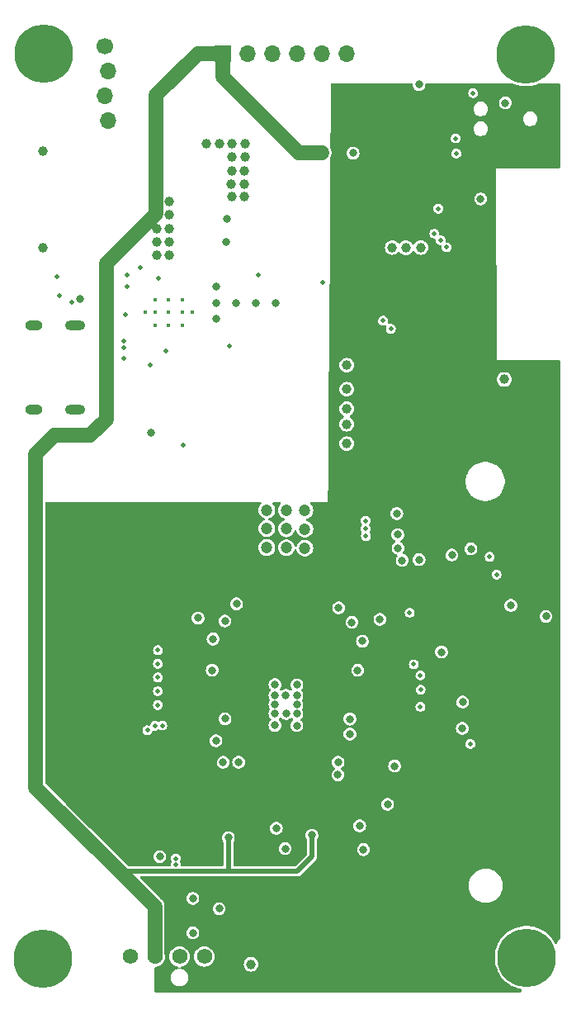
<source format=gbr>
%TF.GenerationSoftware,KiCad,Pcbnew,8.0.2*%
%TF.CreationDate,2024-08-16T14:09:33-04:00*%
%TF.ProjectId,bitaxeGamma,62697461-7865-4476-916d-6d612e6b6963,rev?*%
%TF.SameCoordinates,Original*%
%TF.FileFunction,Copper,L3,Inr*%
%TF.FilePolarity,Positive*%
%FSLAX46Y46*%
G04 Gerber Fmt 4.6, Leading zero omitted, Abs format (unit mm)*
G04 Created by KiCad (PCBNEW 8.0.2) date 2024-08-16 14:09:33*
%MOMM*%
%LPD*%
G01*
G04 APERTURE LIST*
%TA.AperFunction,ComponentPad*%
%ADD10C,0.800000*%
%TD*%
%TA.AperFunction,ComponentPad*%
%ADD11C,6.000000*%
%TD*%
%TA.AperFunction,ComponentPad*%
%ADD12R,1.700000X1.700000*%
%TD*%
%TA.AperFunction,ComponentPad*%
%ADD13O,1.700000X1.700000*%
%TD*%
%TA.AperFunction,ComponentPad*%
%ADD14C,0.400000*%
%TD*%
%TA.AperFunction,ComponentPad*%
%ADD15C,1.574800*%
%TD*%
%TA.AperFunction,ComponentPad*%
%ADD16C,1.700000*%
%TD*%
%TA.AperFunction,ComponentPad*%
%ADD17O,1.800000X1.000000*%
%TD*%
%TA.AperFunction,ComponentPad*%
%ADD18O,2.100000X1.000000*%
%TD*%
%TA.AperFunction,ViaPad*%
%ADD19C,0.800000*%
%TD*%
%TA.AperFunction,ViaPad*%
%ADD20C,1.000000*%
%TD*%
%TA.AperFunction,ViaPad*%
%ADD21C,0.500000*%
%TD*%
%TA.AperFunction,ViaPad*%
%ADD22C,1.200000*%
%TD*%
%TA.AperFunction,Conductor*%
%ADD23C,1.500000*%
%TD*%
%TA.AperFunction,Conductor*%
%ADD24C,0.508000*%
%TD*%
G04 APERTURE END LIST*
D10*
%TO.N,GND*%
%TO.C,H1*%
X127985010Y-51120990D03*
X128644020Y-49530000D03*
X128644020Y-52711980D03*
X130235010Y-48870990D03*
D11*
X130235010Y-51120990D03*
D10*
X130235010Y-53370990D03*
X131826000Y-49530000D03*
X131826000Y-52711980D03*
X132485010Y-51120990D03*
%TD*%
%TO.N,GND*%
%TO.C,H3*%
X128052000Y-143728000D03*
X128711010Y-142137010D03*
X128711010Y-145318990D03*
X130302000Y-141478000D03*
D11*
X130302000Y-143728000D03*
D10*
X130302000Y-145978000D03*
X131892990Y-142137010D03*
X131892990Y-145318990D03*
X132552000Y-143728000D03*
%TD*%
D12*
%TO.N,/5V*%
%TO.C,J4*%
X99171505Y-51054000D03*
D13*
%TO.N,GND*%
X101711505Y-51054000D03*
%TO.N,Net-(J4-Pin_3)*%
X104251505Y-51054000D03*
%TO.N,Net-(J4-Pin_4)*%
X106791505Y-51054000D03*
%TO.N,Net-(J4-Pin_5)*%
X109331505Y-51054000D03*
%TO.N,Net-(J4-Pin_6)*%
X111871505Y-51054000D03*
%TD*%
D10*
%TO.N,GND*%
%TO.C,H4*%
X78455010Y-143830990D03*
X79114020Y-142240000D03*
X79114020Y-145421980D03*
X80705010Y-141580990D03*
D11*
X80705010Y-143830990D03*
D10*
X80705010Y-146080990D03*
X82296000Y-142240000D03*
X82296000Y-145421980D03*
X82955010Y-143830990D03*
%TD*%
%TO.N,GND*%
%TO.C,H2*%
X78558000Y-51054000D03*
X79217010Y-49463010D03*
X79217010Y-52644990D03*
X80808000Y-48804000D03*
D11*
X80808000Y-51054000D03*
D10*
X80808000Y-53304000D03*
X82398990Y-49463010D03*
X82398990Y-52644990D03*
X83058000Y-51054000D03*
%TD*%
D14*
%TO.N,GND*%
%TO.C,U2*%
X92180000Y-78870000D03*
X93580000Y-78870000D03*
X94980000Y-78870000D03*
X91180000Y-77590000D03*
X92180000Y-77590000D03*
X93580000Y-77590000D03*
X94980000Y-77590000D03*
X95980000Y-77590000D03*
X92180000Y-76310000D03*
X93580000Y-76310000D03*
X94980000Y-76310000D03*
%TD*%
D15*
%TO.N,GND*%
%TO.C,J6*%
X89621000Y-143622000D03*
%TO.N,/5V*%
X92161000Y-143622000D03*
%TO.N,/Fan/FAN_TACH*%
X94701000Y-143622000D03*
%TO.N,/Fan/FAN_PWM*%
X97241000Y-143622000D03*
%TD*%
D16*
%TO.N,GND*%
%TO.C,J3*%
X87005000Y-50292000D03*
D13*
%TO.N,/3V3*%
X87405000Y-52832000D03*
%TO.N,/SCL*%
X87005000Y-55372000D03*
%TO.N,/SDA*%
X87405000Y-57912000D03*
%TD*%
D17*
%TO.N,GND*%
%TO.C,J5*%
X79790000Y-87580000D03*
D18*
X83970000Y-87580000D03*
D17*
X79790000Y-78940000D03*
D18*
X83970000Y-78940000D03*
%TD*%
D19*
%TO.N,GND*%
X105610000Y-116830000D03*
X112180000Y-119260000D03*
X113580000Y-132650000D03*
X98050000Y-114260000D03*
X104490000Y-118700000D03*
D20*
X100043332Y-65740000D03*
D19*
X112180000Y-120800000D03*
X106740000Y-119930000D03*
D20*
X100093332Y-60280000D03*
D19*
X106740000Y-118720000D03*
X104640000Y-130470000D03*
X105540000Y-132550000D03*
D20*
X116540000Y-70920000D03*
X101416668Y-61640000D03*
D19*
X125600000Y-65940000D03*
X116770000Y-124080000D03*
X106740000Y-117780000D03*
D21*
X95080000Y-91220000D03*
D19*
X104490000Y-117760000D03*
X105630000Y-118700000D03*
D20*
X111860000Y-87470000D03*
D19*
X115260000Y-109040000D03*
X123750000Y-117530000D03*
D20*
X111860000Y-91040000D03*
D19*
X106740000Y-116860000D03*
X98450000Y-78230000D03*
X96070000Y-137650000D03*
X116050000Y-128010000D03*
D20*
X111860000Y-89030000D03*
D19*
X104490000Y-119910000D03*
X119270000Y-54220000D03*
X128130000Y-56090000D03*
D20*
X101370000Y-65740000D03*
D19*
X112980000Y-114270000D03*
D20*
X80680000Y-61050000D03*
X102050000Y-144400000D03*
D19*
X99550000Y-67970000D03*
X91790000Y-89910000D03*
X117090000Y-100360000D03*
D20*
X101356668Y-64450000D03*
D19*
X121580000Y-112400000D03*
D20*
X111860000Y-83000000D03*
X101420000Y-60280000D03*
D19*
X122640000Y-102460000D03*
X96070000Y-141200000D03*
D20*
X97440000Y-60280000D03*
D19*
X113180000Y-130220000D03*
D20*
X117910000Y-70950000D03*
D19*
X119280000Y-102930000D03*
X99370000Y-119240000D03*
D20*
X100050000Y-63040000D03*
X100030000Y-64450000D03*
D19*
X123710000Y-120230000D03*
X96600000Y-108920000D03*
X104490000Y-115746000D03*
X100490000Y-76620000D03*
X98460000Y-76630000D03*
X99490000Y-70390000D03*
X98440000Y-121490000D03*
D20*
X98766666Y-60280000D03*
D19*
X92680000Y-133370000D03*
X128690000Y-107620000D03*
X112512000Y-61250000D03*
X104490000Y-116840000D03*
X104560000Y-76600000D03*
D20*
X101376668Y-63040000D03*
X119454234Y-70914234D03*
X128020000Y-84450000D03*
X111860000Y-85460000D03*
D19*
X106740000Y-115766000D03*
X116990000Y-98200000D03*
D20*
X100090000Y-61640000D03*
D19*
X102570000Y-76600000D03*
X132297000Y-108743000D03*
X117550000Y-103000000D03*
X98460000Y-74920000D03*
D22*
%TO.N,/VDD*%
X103660000Y-97850000D03*
D21*
X120850000Y-69510000D03*
D22*
X103660000Y-99730000D03*
D19*
X84500000Y-76160000D03*
D22*
X107560000Y-97880000D03*
D21*
X99780000Y-81020000D03*
D22*
X105650000Y-101710000D03*
X103660000Y-101690000D03*
X105650000Y-99750000D03*
X107560000Y-101740000D03*
X105650000Y-97850000D03*
X107560000Y-99780000D03*
D21*
%TO.N,/ESP32/EN*%
X122101300Y-70905000D03*
X127228000Y-104448000D03*
D20*
%TO.N,/5V*%
X93620000Y-68975000D03*
X93620000Y-71720000D03*
X92330000Y-70347500D03*
D22*
X109280000Y-61185155D03*
D19*
X108290000Y-131179000D03*
D20*
X92330000Y-66230000D03*
X93620000Y-67602500D03*
X93620000Y-70347500D03*
X92330000Y-68975000D03*
D19*
X99710000Y-131420000D03*
D20*
X92330000Y-71720000D03*
X80680000Y-70950000D03*
X92330000Y-67602500D03*
D19*
X98770000Y-138720000D03*
D20*
X93620000Y-66230000D03*
D19*
%TO.N,/3V3*%
X129830000Y-56090000D03*
D20*
X126000000Y-84500000D03*
D19*
X123394000Y-86260000D03*
X112160000Y-74520000D03*
X95550000Y-135970000D03*
D22*
X111440000Y-55180000D03*
D19*
X122930000Y-99700000D03*
X118711400Y-59800000D03*
X127250000Y-107630000D03*
D20*
X115370000Y-61560000D03*
D19*
X95560000Y-126330000D03*
D21*
%TO.N,/TX*%
X116380000Y-79250000D03*
%TO.N,/RX*%
X115580000Y-78420000D03*
%TO.N,/RST*%
X121476817Y-70170000D03*
%TO.N,/SCL*%
X94317599Y-134229617D03*
X88970000Y-81220000D03*
%TO.N,Net-(U2-BP1V5)*%
X91690000Y-82980000D03*
X83660000Y-76570000D03*
%TO.N,/ESP32/P_TX*%
X123105000Y-61285000D03*
%TO.N,/ESP32/P_RX*%
X123040000Y-59730000D03*
%TO.N,/ESP32/IO0*%
X121244400Y-66945600D03*
X124830000Y-55100000D03*
X126520000Y-102640000D03*
%TO.N,Net-(U2-VDD5)*%
X92570000Y-74110000D03*
X102820000Y-73740000D03*
%TO.N,/Power/PGOOD*%
X89020000Y-82280000D03*
X109410000Y-74490000D03*
%TO.N,/SDA*%
X82130000Y-73910000D03*
X94340000Y-133580000D03*
X88990000Y-80510000D03*
X82390000Y-75900000D03*
D19*
%TO.N,Net-(U8-VDDIO_12_1)*%
X100770000Y-123700000D03*
%TO.N,Net-(U8-VDDIO_08_1)*%
X99180000Y-123710000D03*
D21*
%TO.N,Net-(U8-ROSC_SEL)*%
X119430000Y-116250000D03*
%TO.N,Net-(U8-LITE_PAD)*%
X119420000Y-118020000D03*
%TO.N,Net-(U8-INV_CLKO)*%
X124540000Y-121820000D03*
%TO.N,/Fan/TEMP_N*%
X92180000Y-119960000D03*
%TO.N,/Fan/TEMP_P*%
X92940000Y-119930000D03*
%TO.N,/Power/AGND*%
X89340000Y-73770000D03*
X89170000Y-77830000D03*
X90680000Y-72940000D03*
X89340000Y-74960000D03*
%TO.N,/Power/PMB_ALRT*%
X93330000Y-81550000D03*
D19*
%TO.N,/BM1370/VDD3_0*%
X113470000Y-111290000D03*
%TO.N,/BM1370/1V2*%
X110950000Y-124990000D03*
X124600000Y-101830000D03*
X117120000Y-101750000D03*
%TO.N,/BM1370/0V8*%
X110970000Y-123700000D03*
%TO.N,/BM1370/VDD2_0*%
X112390000Y-109350000D03*
%TO.N,/BM1370/VDD1_0*%
X111030000Y-107870000D03*
%TO.N,/BM1370/VDD1_1*%
X100553800Y-107457400D03*
%TO.N,/BM1370/VDD2_1*%
X99360000Y-109210000D03*
%TO.N,/BM1370/VDD3_1*%
X98140000Y-111060000D03*
D21*
%TO.N,/BM1370/BI*%
X119420000Y-114790000D03*
%TO.N,/BM1370/RST_N*%
X113800000Y-98950000D03*
%TO.N,/BM1370/CI*%
X113770000Y-99770000D03*
%TO.N,/BM1370/RO*%
X113830000Y-100500000D03*
X118320000Y-108370000D03*
%TO.N,/BM1370/CLKI*%
X118740000Y-113660000D03*
%TO.N,/BM1370/NRSTO*%
X92480000Y-112210000D03*
%TO.N,/BM1370/CO*%
X92480000Y-113611428D03*
%TO.N,/BM1370/RI*%
X92480000Y-115012856D03*
%TO.N,/BM1370/CLKO*%
X92480000Y-116414284D03*
%TO.N,/BM1370/BO*%
X92480000Y-117815712D03*
%TO.N,/BM1370/PIN_MODE*%
X91400000Y-120430000D03*
%TD*%
D23*
%TO.N,/5V*%
X92322400Y-63814606D02*
X92322400Y-67442400D01*
X92207000Y-143576000D02*
X92161000Y-143622000D01*
X79950000Y-92140000D02*
X81900000Y-90190000D01*
X92161000Y-143622000D02*
X92161000Y-138501000D01*
X87190000Y-72574800D02*
X92322400Y-67442400D01*
X88465000Y-134805000D02*
X79950000Y-126290000D01*
X79950000Y-126290000D02*
X79950000Y-92140000D01*
X81900000Y-90190000D02*
X85540000Y-90190000D01*
D24*
X108290000Y-133378216D02*
X108290000Y-131179000D01*
D23*
X92322400Y-55317600D02*
X96586000Y-51054000D01*
D24*
X106784599Y-134883617D02*
X108290000Y-133378216D01*
D23*
X106895155Y-61185155D02*
X99171505Y-53461505D01*
X85540000Y-90190000D02*
X87190000Y-88540000D01*
X109280000Y-61185155D02*
X106895155Y-61185155D01*
D24*
X88543617Y-134883617D02*
X106784599Y-134883617D01*
X88465000Y-134805000D02*
X88543617Y-134883617D01*
D23*
X92322400Y-58570000D02*
X92322400Y-55317600D01*
X99171505Y-53461505D02*
X99171505Y-51054000D01*
X92322400Y-63814606D02*
X92322400Y-58570000D01*
X92161000Y-138501000D02*
X88465000Y-134805000D01*
X96586000Y-51054000D02*
X99171505Y-51054000D01*
D24*
X99710000Y-131420000D02*
X99710000Y-134883617D01*
D23*
X87190000Y-88540000D02*
X87190000Y-72574800D01*
%TD*%
%TA.AperFunction,Conductor*%
%TO.N,/3V3*%
G36*
X118556260Y-54078002D02*
G01*
X118602753Y-54131658D01*
X118613220Y-54199189D01*
X118610693Y-54219998D01*
X118610693Y-54220003D01*
X118629849Y-54377779D01*
X118671202Y-54486814D01*
X118686213Y-54526395D01*
X118776502Y-54657201D01*
X118895471Y-54762599D01*
X118895472Y-54762599D01*
X118895474Y-54762601D01*
X118943992Y-54788065D01*
X119036207Y-54836463D01*
X119190529Y-54874500D01*
X119190530Y-54874500D01*
X119349470Y-54874500D01*
X119349471Y-54874500D01*
X119503793Y-54836463D01*
X119644529Y-54762599D01*
X119763498Y-54657201D01*
X119853787Y-54526395D01*
X119910149Y-54377782D01*
X119910149Y-54377781D01*
X119910150Y-54377779D01*
X119929307Y-54220003D01*
X119929307Y-54219998D01*
X119926780Y-54199189D01*
X119938424Y-54129154D01*
X119986084Y-54076532D01*
X120051861Y-54058000D01*
X128804664Y-54058000D01*
X128857570Y-54069646D01*
X129028614Y-54148780D01*
X129028626Y-54148785D01*
X129363060Y-54261469D01*
X129707717Y-54337334D01*
X130058556Y-54375490D01*
X130058564Y-54375490D01*
X130411456Y-54375490D01*
X130411464Y-54375490D01*
X130762303Y-54337334D01*
X131106960Y-54261469D01*
X131441394Y-54148785D01*
X131478414Y-54131658D01*
X131612450Y-54069646D01*
X131665356Y-54058000D01*
X133606000Y-54058000D01*
X133674121Y-54078002D01*
X133720614Y-54131658D01*
X133732000Y-54184000D01*
X133732000Y-62672096D01*
X133711998Y-62740217D01*
X133658342Y-62786710D01*
X133606621Y-62798094D01*
X127129999Y-62829999D01*
X127239999Y-82460000D01*
X127240000Y-82460000D01*
X133605387Y-82428835D01*
X133673601Y-82448502D01*
X133720356Y-82501929D01*
X133732000Y-82554832D01*
X133732000Y-141759470D01*
X133711998Y-141827591D01*
X133707193Y-141834543D01*
X133403080Y-142244469D01*
X133346429Y-142287260D01*
X133275636Y-142292631D01*
X133213177Y-142258875D01*
X133190564Y-142228415D01*
X133094739Y-142047670D01*
X133094737Y-142047666D01*
X132950236Y-141834543D01*
X132896690Y-141755568D01*
X132668223Y-141486595D01*
X132668222Y-141486594D01*
X132412027Y-141243912D01*
X132412012Y-141243899D01*
X132131070Y-141030333D01*
X132131064Y-141030329D01*
X131828674Y-140848387D01*
X131828668Y-140848384D01*
X131508395Y-140700209D01*
X131508383Y-140700204D01*
X131173959Y-140587524D01*
X131173958Y-140587523D01*
X131173950Y-140587521D01*
X131123836Y-140576490D01*
X130829305Y-140511658D01*
X130829281Y-140511654D01*
X130478461Y-140473500D01*
X130478454Y-140473500D01*
X130125546Y-140473500D01*
X130125538Y-140473500D01*
X129774718Y-140511654D01*
X129774694Y-140511658D01*
X129430054Y-140587520D01*
X129430040Y-140587524D01*
X129095616Y-140700204D01*
X129095604Y-140700209D01*
X128775331Y-140848384D01*
X128775324Y-140848388D01*
X128472935Y-141030329D01*
X128472929Y-141030333D01*
X128191987Y-141243899D01*
X128191972Y-141243912D01*
X127935777Y-141486594D01*
X127707308Y-141755570D01*
X127509262Y-142047666D01*
X127509260Y-142047670D01*
X127343957Y-142359466D01*
X127343953Y-142359475D01*
X127213332Y-142687308D01*
X127118918Y-143027355D01*
X127061826Y-143375609D01*
X127042720Y-143727996D01*
X127042720Y-143728003D01*
X127061826Y-144080390D01*
X127118918Y-144428644D01*
X127213332Y-144768691D01*
X127299926Y-144986026D01*
X127343958Y-145096536D01*
X127367126Y-145140235D01*
X127509260Y-145408329D01*
X127509262Y-145408333D01*
X127584978Y-145520006D01*
X127707310Y-145700432D01*
X127935777Y-145969405D01*
X128191972Y-146212087D01*
X128191987Y-146212100D01*
X128472934Y-146425670D01*
X128775326Y-146607613D01*
X128857609Y-146645681D01*
X129095604Y-146755790D01*
X129095616Y-146755795D01*
X129430050Y-146868479D01*
X129684817Y-146924557D01*
X129706434Y-146929316D01*
X129768662Y-146963494D01*
X129802533Y-147025890D01*
X129797294Y-147096693D01*
X129780541Y-147127441D01*
X129702175Y-147233073D01*
X129645527Y-147275864D01*
X129600984Y-147284000D01*
X92284774Y-147284000D01*
X92216653Y-147263998D01*
X92170160Y-147210342D01*
X92158775Y-147158415D01*
X92158654Y-147121776D01*
X92150949Y-144784541D01*
X92170725Y-144716359D01*
X92224227Y-144669690D01*
X92264596Y-144658737D01*
X92325226Y-144652765D01*
X92365240Y-144648825D01*
X92365241Y-144648824D01*
X92365248Y-144648824D01*
X92561647Y-144589247D01*
X92742649Y-144492500D01*
X92901299Y-144362299D01*
X93031500Y-144203649D01*
X93128247Y-144022647D01*
X93187824Y-143826248D01*
X93193518Y-143768426D01*
X93195325Y-143756247D01*
X93211500Y-143674935D01*
X93211500Y-143621997D01*
X93654059Y-143621997D01*
X93654059Y-143622002D01*
X93674174Y-143826241D01*
X93674175Y-143826247D01*
X93674176Y-143826248D01*
X93733753Y-144022647D01*
X93830500Y-144203649D01*
X93960701Y-144362299D01*
X94119351Y-144492500D01*
X94300353Y-144589247D01*
X94496752Y-144648824D01*
X94496756Y-144648824D01*
X94496758Y-144648825D01*
X94518950Y-144651011D01*
X94584782Y-144677593D01*
X94625792Y-144735548D01*
X94628959Y-144806474D01*
X94593278Y-144867853D01*
X94531182Y-144899983D01*
X94439004Y-144918318D01*
X94438999Y-144918320D01*
X94275543Y-144986026D01*
X94128431Y-145084323D01*
X94128425Y-145084328D01*
X94003327Y-145209426D01*
X94003322Y-145209432D01*
X93905025Y-145356544D01*
X93837319Y-145520000D01*
X93837317Y-145520005D01*
X93802800Y-145693533D01*
X93802800Y-145693536D01*
X93802800Y-145870466D01*
X93837317Y-146043996D01*
X93905025Y-146207458D01*
X93908127Y-146212100D01*
X94003322Y-146354569D01*
X94003327Y-146354575D01*
X94128425Y-146479673D01*
X94128431Y-146479678D01*
X94275543Y-146577976D01*
X94439005Y-146645684D01*
X94612535Y-146680201D01*
X94612536Y-146680201D01*
X94789464Y-146680201D01*
X94789465Y-146680201D01*
X94962995Y-146645684D01*
X95126457Y-146577976D01*
X95273569Y-146479678D01*
X95398677Y-146354570D01*
X95496975Y-146207458D01*
X95564683Y-146043996D01*
X95599200Y-145870466D01*
X95599200Y-145693536D01*
X95564683Y-145520006D01*
X95496975Y-145356544D01*
X95398677Y-145209432D01*
X95398672Y-145209426D01*
X95273574Y-145084328D01*
X95273568Y-145084323D01*
X95224754Y-145051706D01*
X95126457Y-144986026D01*
X94962995Y-144918318D01*
X94870816Y-144899982D01*
X94807908Y-144867075D01*
X94772776Y-144805380D01*
X94776576Y-144734485D01*
X94818102Y-144676899D01*
X94883049Y-144651011D01*
X94905241Y-144648825D01*
X94905242Y-144648824D01*
X94905248Y-144648824D01*
X95101647Y-144589247D01*
X95282649Y-144492500D01*
X95441299Y-144362299D01*
X95571500Y-144203649D01*
X95668247Y-144022647D01*
X95727824Y-143826248D01*
X95729782Y-143806376D01*
X95747941Y-143622002D01*
X95747941Y-143621997D01*
X96194059Y-143621997D01*
X96194059Y-143622002D01*
X96214174Y-143826241D01*
X96214175Y-143826247D01*
X96214176Y-143826248D01*
X96273753Y-144022647D01*
X96370500Y-144203649D01*
X96500701Y-144362299D01*
X96659351Y-144492500D01*
X96840353Y-144589247D01*
X97036752Y-144648824D01*
X97036756Y-144648824D01*
X97036758Y-144648825D01*
X97240997Y-144668941D01*
X97241000Y-144668941D01*
X97241003Y-144668941D01*
X97445241Y-144648825D01*
X97445242Y-144648824D01*
X97445248Y-144648824D01*
X97641647Y-144589247D01*
X97822649Y-144492500D01*
X97935360Y-144400000D01*
X101290726Y-144400000D01*
X101309763Y-144568954D01*
X101316864Y-144589247D01*
X101365918Y-144729437D01*
X101365919Y-144729439D01*
X101456375Y-144873399D01*
X101456377Y-144873402D01*
X101576597Y-144993622D01*
X101576600Y-144993624D01*
X101720563Y-145084082D01*
X101881046Y-145140237D01*
X102050000Y-145159274D01*
X102218954Y-145140237D01*
X102379437Y-145084082D01*
X102523400Y-144993624D01*
X102643624Y-144873400D01*
X102734082Y-144729437D01*
X102790237Y-144568954D01*
X102809274Y-144400000D01*
X102790237Y-144231046D01*
X102734082Y-144070563D01*
X102643624Y-143926600D01*
X102643622Y-143926597D01*
X102523402Y-143806377D01*
X102523399Y-143806375D01*
X102379439Y-143715919D01*
X102379437Y-143715918D01*
X102262299Y-143674930D01*
X102218954Y-143659763D01*
X102050000Y-143640726D01*
X101881046Y-143659763D01*
X101881043Y-143659763D01*
X101881043Y-143659764D01*
X101720562Y-143715918D01*
X101720560Y-143715919D01*
X101576600Y-143806375D01*
X101576597Y-143806377D01*
X101456377Y-143926597D01*
X101456375Y-143926600D01*
X101365919Y-144070560D01*
X101365918Y-144070562D01*
X101309764Y-144231043D01*
X101309763Y-144231046D01*
X101290726Y-144400000D01*
X97935360Y-144400000D01*
X97981299Y-144362299D01*
X98111500Y-144203649D01*
X98208247Y-144022647D01*
X98267824Y-143826248D01*
X98269782Y-143806376D01*
X98287941Y-143622002D01*
X98287941Y-143621997D01*
X98267825Y-143417758D01*
X98267824Y-143417756D01*
X98267824Y-143417752D01*
X98208247Y-143221353D01*
X98111500Y-143040351D01*
X97981299Y-142881701D01*
X97822649Y-142751500D01*
X97641647Y-142654753D01*
X97445248Y-142595176D01*
X97445247Y-142595175D01*
X97445241Y-142595174D01*
X97241003Y-142575059D01*
X97240997Y-142575059D01*
X97036758Y-142595174D01*
X96840352Y-142654753D01*
X96659350Y-142751500D01*
X96500701Y-142881701D01*
X96370500Y-143040350D01*
X96273753Y-143221352D01*
X96214174Y-143417758D01*
X96194059Y-143621997D01*
X95747941Y-143621997D01*
X95727825Y-143417758D01*
X95727824Y-143417756D01*
X95727824Y-143417752D01*
X95668247Y-143221353D01*
X95571500Y-143040351D01*
X95441299Y-142881701D01*
X95282649Y-142751500D01*
X95101647Y-142654753D01*
X94905248Y-142595176D01*
X94905247Y-142595175D01*
X94905241Y-142595174D01*
X94701003Y-142575059D01*
X94700997Y-142575059D01*
X94496758Y-142595174D01*
X94300352Y-142654753D01*
X94119350Y-142751500D01*
X93960701Y-142881701D01*
X93830500Y-143040350D01*
X93733753Y-143221352D01*
X93674174Y-143417758D01*
X93654059Y-143621997D01*
X93211500Y-143621997D01*
X93211500Y-143477065D01*
X93172897Y-143282998D01*
X93172894Y-143282991D01*
X93171099Y-143277071D01*
X93172751Y-143276569D01*
X93165500Y-143240076D01*
X93165500Y-141199996D01*
X95410693Y-141199996D01*
X95410693Y-141200003D01*
X95429849Y-141357779D01*
X95478447Y-141485919D01*
X95486213Y-141506395D01*
X95576502Y-141637201D01*
X95695471Y-141742599D01*
X95695472Y-141742599D01*
X95695474Y-141742601D01*
X95720181Y-141755568D01*
X95836207Y-141816463D01*
X95990529Y-141854500D01*
X95990530Y-141854500D01*
X96149470Y-141854500D01*
X96149471Y-141854500D01*
X96303793Y-141816463D01*
X96444529Y-141742599D01*
X96563498Y-141637201D01*
X96653787Y-141506395D01*
X96710149Y-141357782D01*
X96710149Y-141357781D01*
X96710150Y-141357779D01*
X96729307Y-141200003D01*
X96729307Y-141199996D01*
X96710150Y-141042220D01*
X96675697Y-140951377D01*
X96653787Y-140893605D01*
X96563498Y-140762799D01*
X96444529Y-140657401D01*
X96444528Y-140657400D01*
X96444525Y-140657398D01*
X96303797Y-140583539D01*
X96303795Y-140583538D01*
X96303793Y-140583537D01*
X96303791Y-140583536D01*
X96303790Y-140583536D01*
X96149472Y-140545500D01*
X96149471Y-140545500D01*
X95990529Y-140545500D01*
X95990527Y-140545500D01*
X95836209Y-140583536D01*
X95836202Y-140583539D01*
X95695474Y-140657398D01*
X95695469Y-140657402D01*
X95576501Y-140762800D01*
X95486215Y-140893601D01*
X95486212Y-140893607D01*
X95429849Y-141042220D01*
X95410693Y-141199996D01*
X93165500Y-141199996D01*
X93165500Y-138719996D01*
X98110693Y-138719996D01*
X98110693Y-138720003D01*
X98129849Y-138877779D01*
X98178447Y-139005919D01*
X98186213Y-139026395D01*
X98276502Y-139157201D01*
X98395471Y-139262599D01*
X98395472Y-139262599D01*
X98395474Y-139262601D01*
X98470200Y-139301820D01*
X98536207Y-139336463D01*
X98690529Y-139374500D01*
X98690530Y-139374500D01*
X98849470Y-139374500D01*
X98849471Y-139374500D01*
X99003793Y-139336463D01*
X99144529Y-139262599D01*
X99263498Y-139157201D01*
X99353787Y-139026395D01*
X99410149Y-138877782D01*
X99410149Y-138877781D01*
X99410150Y-138877779D01*
X99429307Y-138720003D01*
X99429307Y-138719996D01*
X99410150Y-138562220D01*
X99396538Y-138526331D01*
X99353787Y-138413605D01*
X99263498Y-138282799D01*
X99144529Y-138177401D01*
X99144528Y-138177400D01*
X99144525Y-138177398D01*
X99003797Y-138103539D01*
X99003795Y-138103538D01*
X99003793Y-138103537D01*
X99003791Y-138103536D01*
X99003790Y-138103536D01*
X98849472Y-138065500D01*
X98849471Y-138065500D01*
X98690529Y-138065500D01*
X98690527Y-138065500D01*
X98536209Y-138103536D01*
X98536202Y-138103539D01*
X98395474Y-138177398D01*
X98395469Y-138177402D01*
X98276501Y-138282800D01*
X98186215Y-138413601D01*
X98186212Y-138413607D01*
X98129849Y-138562220D01*
X98110693Y-138719996D01*
X93165500Y-138719996D01*
X93165500Y-138402064D01*
X93165499Y-138402061D01*
X93150423Y-138326270D01*
X93126897Y-138207998D01*
X93051176Y-138025191D01*
X92941246Y-137860669D01*
X92801331Y-137720754D01*
X92730573Y-137649996D01*
X95410693Y-137649996D01*
X95410693Y-137650003D01*
X95429849Y-137807779D01*
X95473678Y-137923344D01*
X95486213Y-137956395D01*
X95576502Y-138087201D01*
X95695471Y-138192599D01*
X95695472Y-138192599D01*
X95695474Y-138192601D01*
X95724809Y-138207997D01*
X95836207Y-138266463D01*
X95990529Y-138304500D01*
X95990530Y-138304500D01*
X96149470Y-138304500D01*
X96149471Y-138304500D01*
X96303793Y-138266463D01*
X96444529Y-138192599D01*
X96563498Y-138087201D01*
X96653787Y-137956395D01*
X96710149Y-137807782D01*
X96710149Y-137807781D01*
X96710150Y-137807779D01*
X96729307Y-137650003D01*
X96729307Y-137649996D01*
X96710150Y-137492220D01*
X96696538Y-137456331D01*
X96653787Y-137343605D01*
X96563498Y-137212799D01*
X96444529Y-137107401D01*
X96444528Y-137107400D01*
X96444525Y-137107398D01*
X96303797Y-137033539D01*
X96303795Y-137033538D01*
X96303793Y-137033537D01*
X96303791Y-137033536D01*
X96303790Y-137033536D01*
X96149472Y-136995500D01*
X96149471Y-136995500D01*
X95990529Y-136995500D01*
X95990527Y-136995500D01*
X95836209Y-137033536D01*
X95836202Y-137033539D01*
X95695474Y-137107398D01*
X95695469Y-137107402D01*
X95576501Y-137212800D01*
X95486215Y-137343601D01*
X95486212Y-137343607D01*
X95429849Y-137492220D01*
X95410693Y-137649996D01*
X92730573Y-137649996D01*
X91315840Y-136235263D01*
X124379500Y-136235263D01*
X124379500Y-136464736D01*
X124409450Y-136692231D01*
X124409452Y-136692238D01*
X124468842Y-136913887D01*
X124556656Y-137125888D01*
X124556657Y-137125889D01*
X124556662Y-137125900D01*
X124671386Y-137324608D01*
X124671391Y-137324615D01*
X124811073Y-137506652D01*
X124811092Y-137506673D01*
X124973326Y-137668907D01*
X124973347Y-137668926D01*
X125155384Y-137808608D01*
X125155391Y-137808613D01*
X125354099Y-137923337D01*
X125354103Y-137923338D01*
X125354112Y-137923344D01*
X125566113Y-138011158D01*
X125787762Y-138070548D01*
X125787766Y-138070548D01*
X125787768Y-138070549D01*
X125846398Y-138078267D01*
X126015266Y-138100500D01*
X126015273Y-138100500D01*
X126244727Y-138100500D01*
X126244734Y-138100500D01*
X126450345Y-138073430D01*
X126472231Y-138070549D01*
X126472231Y-138070548D01*
X126472238Y-138070548D01*
X126693887Y-138011158D01*
X126905888Y-137923344D01*
X127104612Y-137808611D01*
X127286661Y-137668919D01*
X127448919Y-137506661D01*
X127588611Y-137324612D01*
X127703344Y-137125888D01*
X127791158Y-136913887D01*
X127850548Y-136692238D01*
X127880500Y-136464734D01*
X127880500Y-136235266D01*
X127850548Y-136007762D01*
X127791158Y-135786113D01*
X127703344Y-135574112D01*
X127703338Y-135574103D01*
X127703337Y-135574099D01*
X127588613Y-135375391D01*
X127588608Y-135375384D01*
X127448926Y-135193347D01*
X127448907Y-135193326D01*
X127286673Y-135031092D01*
X127286652Y-135031073D01*
X127104615Y-134891391D01*
X127104608Y-134891386D01*
X126905900Y-134776662D01*
X126905892Y-134776658D01*
X126905888Y-134776656D01*
X126693887Y-134688842D01*
X126472238Y-134629452D01*
X126472231Y-134629450D01*
X126244736Y-134599500D01*
X126244734Y-134599500D01*
X126015266Y-134599500D01*
X126015263Y-134599500D01*
X125787768Y-134629450D01*
X125566113Y-134688842D01*
X125354110Y-134776657D01*
X125354099Y-134776662D01*
X125155391Y-134891386D01*
X125155384Y-134891391D01*
X124973347Y-135031073D01*
X124973326Y-135031092D01*
X124811092Y-135193326D01*
X124811073Y-135193347D01*
X124671391Y-135375384D01*
X124671386Y-135375391D01*
X124556662Y-135574099D01*
X124556657Y-135574110D01*
X124556656Y-135574112D01*
X124498057Y-135715581D01*
X124468842Y-135786113D01*
X124409450Y-136007768D01*
X124379500Y-136235263D01*
X91315840Y-136235263D01*
X90687789Y-135607212D01*
X90653763Y-135544900D01*
X90658828Y-135474085D01*
X90701375Y-135417249D01*
X90767895Y-135392438D01*
X90776884Y-135392117D01*
X106851542Y-135392117D01*
X106851544Y-135392117D01*
X106980873Y-135357464D01*
X107096826Y-135290518D01*
X108696901Y-133690442D01*
X108738583Y-133618248D01*
X108763847Y-133574490D01*
X108798500Y-133445161D01*
X108798500Y-132649996D01*
X112920693Y-132649996D01*
X112920693Y-132650003D01*
X112939849Y-132807779D01*
X112988447Y-132935919D01*
X112996213Y-132956395D01*
X113086502Y-133087201D01*
X113205471Y-133192599D01*
X113205472Y-133192599D01*
X113205474Y-133192601D01*
X113280200Y-133231820D01*
X113346207Y-133266463D01*
X113500529Y-133304500D01*
X113500530Y-133304500D01*
X113659470Y-133304500D01*
X113659471Y-133304500D01*
X113813793Y-133266463D01*
X113954529Y-133192599D01*
X114073498Y-133087201D01*
X114163787Y-132956395D01*
X114220149Y-132807782D01*
X114220149Y-132807781D01*
X114220150Y-132807779D01*
X114239307Y-132650003D01*
X114239307Y-132649996D01*
X114220150Y-132492220D01*
X114182224Y-132392220D01*
X114163787Y-132343605D01*
X114073498Y-132212799D01*
X113954529Y-132107401D01*
X113954528Y-132107400D01*
X113954525Y-132107398D01*
X113813797Y-132033539D01*
X113813795Y-132033538D01*
X113813793Y-132033537D01*
X113813791Y-132033536D01*
X113813790Y-132033536D01*
X113659472Y-131995500D01*
X113659471Y-131995500D01*
X113500529Y-131995500D01*
X113500527Y-131995500D01*
X113346209Y-132033536D01*
X113346202Y-132033539D01*
X113205474Y-132107398D01*
X113205469Y-132107402D01*
X113086501Y-132212800D01*
X112996215Y-132343601D01*
X112996212Y-132343607D01*
X112939849Y-132492220D01*
X112920693Y-132649996D01*
X108798500Y-132649996D01*
X108798500Y-131633729D01*
X108818502Y-131565608D01*
X108820777Y-131562191D01*
X108873787Y-131485395D01*
X108930149Y-131336782D01*
X108930149Y-131336781D01*
X108930150Y-131336779D01*
X108949307Y-131179003D01*
X108949307Y-131178996D01*
X108930150Y-131021220D01*
X108915578Y-130982799D01*
X108873787Y-130872605D01*
X108783498Y-130741799D01*
X108664529Y-130636401D01*
X108664528Y-130636400D01*
X108664525Y-130636398D01*
X108523797Y-130562539D01*
X108523795Y-130562538D01*
X108523793Y-130562537D01*
X108523791Y-130562536D01*
X108523790Y-130562536D01*
X108369472Y-130524500D01*
X108369471Y-130524500D01*
X108210529Y-130524500D01*
X108210527Y-130524500D01*
X108056209Y-130562536D01*
X108056202Y-130562539D01*
X107915474Y-130636398D01*
X107915469Y-130636402D01*
X107796501Y-130741800D01*
X107706215Y-130872601D01*
X107706212Y-130872607D01*
X107649849Y-131021220D01*
X107630693Y-131178996D01*
X107630693Y-131179003D01*
X107649849Y-131336779D01*
X107681413Y-131420003D01*
X107706213Y-131485395D01*
X107759196Y-131562154D01*
X107781432Y-131629577D01*
X107781500Y-131633729D01*
X107781500Y-133115398D01*
X107761498Y-133183519D01*
X107744595Y-133204493D01*
X106610876Y-134338212D01*
X106548564Y-134372238D01*
X106521781Y-134375117D01*
X100344500Y-134375117D01*
X100276379Y-134355115D01*
X100229886Y-134301459D01*
X100218500Y-134249117D01*
X100218500Y-132549996D01*
X104880693Y-132549996D01*
X104880693Y-132550003D01*
X104899849Y-132707779D01*
X104937775Y-132807779D01*
X104956213Y-132856395D01*
X105046502Y-132987201D01*
X105165471Y-133092599D01*
X105165472Y-133092599D01*
X105165474Y-133092601D01*
X105240200Y-133131820D01*
X105306207Y-133166463D01*
X105460529Y-133204500D01*
X105460530Y-133204500D01*
X105619470Y-133204500D01*
X105619471Y-133204500D01*
X105773793Y-133166463D01*
X105914529Y-133092599D01*
X106033498Y-132987201D01*
X106123787Y-132856395D01*
X106180149Y-132707782D01*
X106180149Y-132707781D01*
X106180150Y-132707779D01*
X106199307Y-132550003D01*
X106199307Y-132549996D01*
X106180150Y-132392220D01*
X106161711Y-132343601D01*
X106123787Y-132243605D01*
X106033498Y-132112799D01*
X105914529Y-132007401D01*
X105914528Y-132007400D01*
X105914525Y-132007398D01*
X105773797Y-131933539D01*
X105773795Y-131933538D01*
X105773793Y-131933537D01*
X105773791Y-131933536D01*
X105773790Y-131933536D01*
X105619472Y-131895500D01*
X105619471Y-131895500D01*
X105460529Y-131895500D01*
X105460527Y-131895500D01*
X105306209Y-131933536D01*
X105306202Y-131933539D01*
X105165474Y-132007398D01*
X105165469Y-132007402D01*
X105135967Y-132033539D01*
X105052599Y-132107398D01*
X105046501Y-132112800D01*
X104956215Y-132243601D01*
X104956212Y-132243607D01*
X104899849Y-132392220D01*
X104880693Y-132549996D01*
X100218500Y-132549996D01*
X100218500Y-131874729D01*
X100238502Y-131806608D01*
X100240777Y-131803191D01*
X100293787Y-131726395D01*
X100350149Y-131577782D01*
X100350149Y-131577781D01*
X100350150Y-131577779D01*
X100369307Y-131420003D01*
X100369307Y-131419996D01*
X100350150Y-131262220D01*
X100318588Y-131179000D01*
X100293787Y-131113605D01*
X100203498Y-130982799D01*
X100084529Y-130877401D01*
X100084528Y-130877400D01*
X100084525Y-130877398D01*
X99943797Y-130803539D01*
X99943795Y-130803538D01*
X99943793Y-130803537D01*
X99943791Y-130803536D01*
X99943790Y-130803536D01*
X99789472Y-130765500D01*
X99789471Y-130765500D01*
X99630529Y-130765500D01*
X99630527Y-130765500D01*
X99476209Y-130803536D01*
X99476202Y-130803539D01*
X99335474Y-130877398D01*
X99335469Y-130877402D01*
X99216501Y-130982800D01*
X99126215Y-131113601D01*
X99126212Y-131113607D01*
X99069849Y-131262220D01*
X99050693Y-131419996D01*
X99050693Y-131420003D01*
X99069849Y-131577779D01*
X99076178Y-131594466D01*
X99126213Y-131726395D01*
X99179196Y-131803154D01*
X99201432Y-131870577D01*
X99201500Y-131874729D01*
X99201500Y-134249117D01*
X99181498Y-134317238D01*
X99127842Y-134363731D01*
X99075500Y-134375117D01*
X94951779Y-134375117D01*
X94883658Y-134355115D01*
X94837165Y-134301459D01*
X94828131Y-134238629D01*
X94827287Y-134238629D01*
X94827287Y-134232756D01*
X94827061Y-134231186D01*
X94827287Y-134229617D01*
X94806641Y-134086021D01*
X94757964Y-133979435D01*
X94747862Y-133909162D01*
X94766587Y-133858964D01*
X94768770Y-133855565D01*
X94768777Y-133855558D01*
X94829042Y-133723596D01*
X94849688Y-133580000D01*
X94829042Y-133436404D01*
X94768777Y-133304442D01*
X94673775Y-133194804D01*
X94673774Y-133194803D01*
X94612753Y-133155587D01*
X94551732Y-133116371D01*
X94551731Y-133116370D01*
X94551730Y-133116370D01*
X94412536Y-133075500D01*
X94267464Y-133075500D01*
X94128269Y-133116370D01*
X94128266Y-133116372D01*
X94006225Y-133194803D01*
X93911223Y-133304441D01*
X93850958Y-133436403D01*
X93830312Y-133580000D01*
X93850958Y-133723596D01*
X93899633Y-133830180D01*
X93909736Y-133900454D01*
X93891021Y-133950636D01*
X93888825Y-133954053D01*
X93828557Y-134086020D01*
X93807911Y-134229620D01*
X93808136Y-134231185D01*
X93807911Y-134232750D01*
X93807911Y-134238629D01*
X93807066Y-134238629D01*
X93798033Y-134301459D01*
X93751540Y-134355115D01*
X93683420Y-134375117D01*
X89507884Y-134375117D01*
X89439763Y-134355115D01*
X89418789Y-134338212D01*
X88450573Y-133369996D01*
X92020693Y-133369996D01*
X92020693Y-133370003D01*
X92039849Y-133527779D01*
X92088447Y-133655919D01*
X92096213Y-133676395D01*
X92186502Y-133807201D01*
X92305471Y-133912599D01*
X92305472Y-133912599D01*
X92305474Y-133912601D01*
X92377944Y-133950636D01*
X92446207Y-133986463D01*
X92600529Y-134024500D01*
X92600530Y-134024500D01*
X92759470Y-134024500D01*
X92759471Y-134024500D01*
X92913793Y-133986463D01*
X93054529Y-133912599D01*
X93173498Y-133807201D01*
X93263787Y-133676395D01*
X93320149Y-133527782D01*
X93320149Y-133527781D01*
X93320150Y-133527779D01*
X93339307Y-133370003D01*
X93339307Y-133369996D01*
X93320150Y-133212220D01*
X93283799Y-133116372D01*
X93263787Y-133063605D01*
X93173498Y-132932799D01*
X93054529Y-132827401D01*
X93054528Y-132827400D01*
X93054525Y-132827398D01*
X92913797Y-132753539D01*
X92913795Y-132753538D01*
X92913793Y-132753537D01*
X92913791Y-132753536D01*
X92913790Y-132753536D01*
X92759472Y-132715500D01*
X92759471Y-132715500D01*
X92600529Y-132715500D01*
X92600527Y-132715500D01*
X92446209Y-132753536D01*
X92446202Y-132753539D01*
X92305474Y-132827398D01*
X92305469Y-132827402D01*
X92186501Y-132932800D01*
X92096215Y-133063601D01*
X92096212Y-133063607D01*
X92039849Y-133212220D01*
X92020693Y-133369996D01*
X88450573Y-133369996D01*
X85550573Y-130469996D01*
X103980693Y-130469996D01*
X103980693Y-130470003D01*
X103999849Y-130627779D01*
X104011008Y-130657201D01*
X104056213Y-130776395D01*
X104146502Y-130907201D01*
X104265471Y-131012599D01*
X104265472Y-131012599D01*
X104265474Y-131012601D01*
X104340200Y-131051820D01*
X104406207Y-131086463D01*
X104560529Y-131124500D01*
X104560530Y-131124500D01*
X104719470Y-131124500D01*
X104719471Y-131124500D01*
X104873793Y-131086463D01*
X105014529Y-131012599D01*
X105133498Y-130907201D01*
X105223787Y-130776395D01*
X105280149Y-130627782D01*
X105280149Y-130627781D01*
X105280150Y-130627779D01*
X105299307Y-130470003D01*
X105299307Y-130469996D01*
X105280150Y-130312220D01*
X105245173Y-130219996D01*
X112520693Y-130219996D01*
X112520693Y-130220003D01*
X112539849Y-130377779D01*
X112574823Y-130469996D01*
X112596213Y-130526395D01*
X112686502Y-130657201D01*
X112805471Y-130762599D01*
X112805472Y-130762599D01*
X112805474Y-130762601D01*
X112880200Y-130801820D01*
X112946207Y-130836463D01*
X113100529Y-130874500D01*
X113100530Y-130874500D01*
X113259470Y-130874500D01*
X113259471Y-130874500D01*
X113413793Y-130836463D01*
X113554529Y-130762599D01*
X113673498Y-130657201D01*
X113763787Y-130526395D01*
X113820149Y-130377782D01*
X113820149Y-130377781D01*
X113820150Y-130377779D01*
X113839307Y-130220003D01*
X113839307Y-130219996D01*
X113820150Y-130062220D01*
X113806538Y-130026331D01*
X113763787Y-129913605D01*
X113673498Y-129782799D01*
X113554529Y-129677401D01*
X113554528Y-129677400D01*
X113554525Y-129677398D01*
X113413797Y-129603539D01*
X113413795Y-129603538D01*
X113413793Y-129603537D01*
X113413791Y-129603536D01*
X113413790Y-129603536D01*
X113259472Y-129565500D01*
X113259471Y-129565500D01*
X113100529Y-129565500D01*
X113100527Y-129565500D01*
X112946209Y-129603536D01*
X112946202Y-129603539D01*
X112805474Y-129677398D01*
X112805469Y-129677402D01*
X112686501Y-129782800D01*
X112596215Y-129913601D01*
X112596212Y-129913607D01*
X112539849Y-130062220D01*
X112520693Y-130219996D01*
X105245173Y-130219996D01*
X105223787Y-130163605D01*
X105133498Y-130032799D01*
X105014529Y-129927401D01*
X105014528Y-129927400D01*
X105014525Y-129927398D01*
X104873797Y-129853539D01*
X104873795Y-129853538D01*
X104873793Y-129853537D01*
X104873791Y-129853536D01*
X104873790Y-129853536D01*
X104719472Y-129815500D01*
X104719471Y-129815500D01*
X104560529Y-129815500D01*
X104560527Y-129815500D01*
X104406209Y-129853536D01*
X104406202Y-129853539D01*
X104265474Y-129927398D01*
X104265469Y-129927402D01*
X104146501Y-130032800D01*
X104056215Y-130163601D01*
X104056212Y-130163607D01*
X103999849Y-130312220D01*
X103980693Y-130469996D01*
X85550573Y-130469996D01*
X83090573Y-128009996D01*
X115390693Y-128009996D01*
X115390693Y-128010003D01*
X115409849Y-128167779D01*
X115458447Y-128295919D01*
X115466213Y-128316395D01*
X115556502Y-128447201D01*
X115675471Y-128552599D01*
X115675472Y-128552599D01*
X115675474Y-128552601D01*
X115750200Y-128591820D01*
X115816207Y-128626463D01*
X115970529Y-128664500D01*
X115970530Y-128664500D01*
X116129470Y-128664500D01*
X116129471Y-128664500D01*
X116283793Y-128626463D01*
X116424529Y-128552599D01*
X116543498Y-128447201D01*
X116633787Y-128316395D01*
X116690149Y-128167782D01*
X116690149Y-128167781D01*
X116690150Y-128167779D01*
X116709307Y-128010003D01*
X116709307Y-128009996D01*
X116690150Y-127852220D01*
X116676538Y-127816331D01*
X116633787Y-127703605D01*
X116543498Y-127572799D01*
X116424529Y-127467401D01*
X116424528Y-127467400D01*
X116424525Y-127467398D01*
X116283797Y-127393539D01*
X116283795Y-127393538D01*
X116283793Y-127393537D01*
X116283791Y-127393536D01*
X116283790Y-127393536D01*
X116129472Y-127355500D01*
X116129471Y-127355500D01*
X115970529Y-127355500D01*
X115970527Y-127355500D01*
X115816209Y-127393536D01*
X115816202Y-127393539D01*
X115675474Y-127467398D01*
X115675469Y-127467402D01*
X115556501Y-127572800D01*
X115466215Y-127703601D01*
X115466212Y-127703607D01*
X115409849Y-127852220D01*
X115390693Y-128009996D01*
X83090573Y-128009996D01*
X80991405Y-125910828D01*
X80957379Y-125848516D01*
X80954500Y-125821733D01*
X80954500Y-124989996D01*
X110290693Y-124989996D01*
X110290693Y-124990003D01*
X110309849Y-125147779D01*
X110312544Y-125154884D01*
X110366213Y-125296395D01*
X110456502Y-125427201D01*
X110575471Y-125532599D01*
X110575472Y-125532599D01*
X110575474Y-125532601D01*
X110650200Y-125571820D01*
X110716207Y-125606463D01*
X110870529Y-125644500D01*
X110870530Y-125644500D01*
X111029470Y-125644500D01*
X111029471Y-125644500D01*
X111183793Y-125606463D01*
X111324529Y-125532599D01*
X111443498Y-125427201D01*
X111533787Y-125296395D01*
X111590149Y-125147782D01*
X111590149Y-125147781D01*
X111590150Y-125147779D01*
X111609307Y-124990003D01*
X111609307Y-124989996D01*
X111590150Y-124832220D01*
X111553089Y-124734500D01*
X111533787Y-124683605D01*
X111443498Y-124552799D01*
X111324529Y-124447401D01*
X111323432Y-124446429D01*
X111285707Y-124386284D01*
X111286487Y-124315292D01*
X111325525Y-124255991D01*
X111338485Y-124247256D01*
X111338258Y-124246927D01*
X111344521Y-124242603D01*
X111344529Y-124242599D01*
X111463498Y-124137201D01*
X111502984Y-124079996D01*
X116110693Y-124079996D01*
X116110693Y-124080003D01*
X116129849Y-124237779D01*
X116169579Y-124342535D01*
X116186213Y-124386395D01*
X116276502Y-124517201D01*
X116395471Y-124622599D01*
X116395472Y-124622599D01*
X116395474Y-124622601D01*
X116470200Y-124661820D01*
X116536207Y-124696463D01*
X116690529Y-124734500D01*
X116690530Y-124734500D01*
X116849470Y-124734500D01*
X116849471Y-124734500D01*
X117003793Y-124696463D01*
X117144529Y-124622599D01*
X117263498Y-124517201D01*
X117353787Y-124386395D01*
X117410149Y-124237782D01*
X117410149Y-124237781D01*
X117410150Y-124237779D01*
X117429307Y-124080003D01*
X117429307Y-124079996D01*
X117410150Y-123922220D01*
X117385710Y-123857779D01*
X117353787Y-123773605D01*
X117263498Y-123642799D01*
X117144529Y-123537401D01*
X117144528Y-123537400D01*
X117144525Y-123537398D01*
X117003797Y-123463539D01*
X117003795Y-123463538D01*
X117003793Y-123463537D01*
X117003791Y-123463536D01*
X117003790Y-123463536D01*
X116849472Y-123425500D01*
X116849471Y-123425500D01*
X116690529Y-123425500D01*
X116690527Y-123425500D01*
X116536209Y-123463536D01*
X116536202Y-123463539D01*
X116395474Y-123537398D01*
X116395469Y-123537402D01*
X116276501Y-123642800D01*
X116186215Y-123773601D01*
X116186212Y-123773607D01*
X116129849Y-123922220D01*
X116110693Y-124079996D01*
X111502984Y-124079996D01*
X111553787Y-124006395D01*
X111610149Y-123857782D01*
X111610149Y-123857781D01*
X111610150Y-123857779D01*
X111629307Y-123700003D01*
X111629307Y-123699996D01*
X111610150Y-123542220D01*
X111596538Y-123506331D01*
X111553787Y-123393605D01*
X111463498Y-123262799D01*
X111344529Y-123157401D01*
X111344528Y-123157400D01*
X111344525Y-123157398D01*
X111203797Y-123083539D01*
X111203795Y-123083538D01*
X111203793Y-123083537D01*
X111203791Y-123083536D01*
X111203790Y-123083536D01*
X111049472Y-123045500D01*
X111049471Y-123045500D01*
X110890529Y-123045500D01*
X110890527Y-123045500D01*
X110736209Y-123083536D01*
X110736202Y-123083539D01*
X110595474Y-123157398D01*
X110595469Y-123157402D01*
X110476501Y-123262800D01*
X110386215Y-123393601D01*
X110386212Y-123393607D01*
X110329849Y-123542220D01*
X110310693Y-123699996D01*
X110310693Y-123700003D01*
X110329849Y-123857779D01*
X110386212Y-124006392D01*
X110386215Y-124006398D01*
X110393118Y-124016398D01*
X110476502Y-124137201D01*
X110590030Y-124237779D01*
X110596567Y-124243570D01*
X110634292Y-124303715D01*
X110633512Y-124374707D01*
X110594474Y-124434008D01*
X110581515Y-124442744D01*
X110581742Y-124443073D01*
X110575469Y-124447402D01*
X110456501Y-124552800D01*
X110366215Y-124683601D01*
X110366212Y-124683607D01*
X110309849Y-124832220D01*
X110290693Y-124989996D01*
X80954500Y-124989996D01*
X80954500Y-123709996D01*
X98520693Y-123709996D01*
X98520693Y-123710003D01*
X98539849Y-123867779D01*
X98588447Y-123995919D01*
X98596213Y-124016395D01*
X98686502Y-124147201D01*
X98805471Y-124252599D01*
X98805472Y-124252599D01*
X98805474Y-124252601D01*
X98880200Y-124291820D01*
X98946207Y-124326463D01*
X99100529Y-124364500D01*
X99100530Y-124364500D01*
X99259470Y-124364500D01*
X99259471Y-124364500D01*
X99413793Y-124326463D01*
X99554529Y-124252599D01*
X99673498Y-124147201D01*
X99763787Y-124016395D01*
X99820149Y-123867782D01*
X99820149Y-123867781D01*
X99820150Y-123867779D01*
X99839307Y-123710003D01*
X99839307Y-123709996D01*
X99838093Y-123699996D01*
X100110693Y-123699996D01*
X100110693Y-123700003D01*
X100129849Y-123857779D01*
X100186212Y-124006392D01*
X100186215Y-124006398D01*
X100193118Y-124016398D01*
X100276502Y-124137201D01*
X100395471Y-124242599D01*
X100395472Y-124242599D01*
X100395474Y-124242601D01*
X100414524Y-124252599D01*
X100536207Y-124316463D01*
X100690529Y-124354500D01*
X100690530Y-124354500D01*
X100849470Y-124354500D01*
X100849471Y-124354500D01*
X101003793Y-124316463D01*
X101144529Y-124242599D01*
X101263498Y-124137201D01*
X101353787Y-124006395D01*
X101410149Y-123857782D01*
X101410149Y-123857781D01*
X101410150Y-123857779D01*
X101429307Y-123700003D01*
X101429307Y-123699996D01*
X101410150Y-123542220D01*
X101396538Y-123506331D01*
X101353787Y-123393605D01*
X101263498Y-123262799D01*
X101144529Y-123157401D01*
X101144528Y-123157400D01*
X101144525Y-123157398D01*
X101003797Y-123083539D01*
X101003795Y-123083538D01*
X101003793Y-123083537D01*
X101003791Y-123083536D01*
X101003790Y-123083536D01*
X100849472Y-123045500D01*
X100849471Y-123045500D01*
X100690529Y-123045500D01*
X100690527Y-123045500D01*
X100536209Y-123083536D01*
X100536202Y-123083539D01*
X100395474Y-123157398D01*
X100395469Y-123157402D01*
X100276501Y-123262800D01*
X100186215Y-123393601D01*
X100186212Y-123393607D01*
X100129849Y-123542220D01*
X100110693Y-123699996D01*
X99838093Y-123699996D01*
X99820150Y-123552220D01*
X99786516Y-123463536D01*
X99763787Y-123403605D01*
X99673498Y-123272799D01*
X99554529Y-123167401D01*
X99554528Y-123167400D01*
X99554525Y-123167398D01*
X99413797Y-123093539D01*
X99413795Y-123093538D01*
X99413793Y-123093537D01*
X99413791Y-123093536D01*
X99413790Y-123093536D01*
X99259472Y-123055500D01*
X99259471Y-123055500D01*
X99100529Y-123055500D01*
X99100527Y-123055500D01*
X98946209Y-123093536D01*
X98946202Y-123093539D01*
X98805474Y-123167398D01*
X98805469Y-123167402D01*
X98701819Y-123259229D01*
X98697789Y-123262800D01*
X98686501Y-123272800D01*
X98596215Y-123403601D01*
X98596212Y-123403607D01*
X98539849Y-123552220D01*
X98520693Y-123709996D01*
X80954500Y-123709996D01*
X80954500Y-121489996D01*
X97780693Y-121489996D01*
X97780693Y-121490003D01*
X97799849Y-121647779D01*
X97848447Y-121775919D01*
X97856213Y-121796395D01*
X97946502Y-121927201D01*
X98065471Y-122032599D01*
X98065472Y-122032599D01*
X98065474Y-122032601D01*
X98140200Y-122071820D01*
X98206207Y-122106463D01*
X98360529Y-122144500D01*
X98360530Y-122144500D01*
X98519470Y-122144500D01*
X98519471Y-122144500D01*
X98673793Y-122106463D01*
X98814529Y-122032599D01*
X98933498Y-121927201D01*
X99007494Y-121820000D01*
X124030312Y-121820000D01*
X124050958Y-121963596D01*
X124111223Y-122095558D01*
X124206225Y-122205196D01*
X124328268Y-122283629D01*
X124467464Y-122324500D01*
X124612536Y-122324500D01*
X124751732Y-122283629D01*
X124873775Y-122205196D01*
X124968777Y-122095558D01*
X125029042Y-121963596D01*
X125049688Y-121820000D01*
X125029042Y-121676404D01*
X124968777Y-121544442D01*
X124873775Y-121434804D01*
X124873774Y-121434803D01*
X124812753Y-121395587D01*
X124751732Y-121356371D01*
X124751731Y-121356370D01*
X124751730Y-121356370D01*
X124612536Y-121315500D01*
X124467464Y-121315500D01*
X124328269Y-121356370D01*
X124328266Y-121356372D01*
X124206225Y-121434803D01*
X124111223Y-121544441D01*
X124064031Y-121647779D01*
X124050958Y-121676404D01*
X124030312Y-121820000D01*
X99007494Y-121820000D01*
X99023787Y-121796395D01*
X99080149Y-121647782D01*
X99080149Y-121647781D01*
X99080150Y-121647779D01*
X99099307Y-121490003D01*
X99099307Y-121489996D01*
X99080150Y-121332220D01*
X99044113Y-121237201D01*
X99023787Y-121183605D01*
X98933498Y-121052799D01*
X98814529Y-120947401D01*
X98814528Y-120947400D01*
X98814525Y-120947398D01*
X98673797Y-120873539D01*
X98673795Y-120873538D01*
X98673793Y-120873537D01*
X98673791Y-120873536D01*
X98673790Y-120873536D01*
X98519472Y-120835500D01*
X98519471Y-120835500D01*
X98360529Y-120835500D01*
X98360527Y-120835500D01*
X98206209Y-120873536D01*
X98206202Y-120873539D01*
X98065474Y-120947398D01*
X98065469Y-120947402D01*
X97946501Y-121052800D01*
X97856215Y-121183601D01*
X97856212Y-121183607D01*
X97799849Y-121332220D01*
X97780693Y-121489996D01*
X80954500Y-121489996D01*
X80954500Y-120430000D01*
X90890312Y-120430000D01*
X90910958Y-120573596D01*
X90971223Y-120705558D01*
X91066225Y-120815196D01*
X91188268Y-120893629D01*
X91327464Y-120934500D01*
X91472536Y-120934500D01*
X91611732Y-120893629D01*
X91733775Y-120815196D01*
X91828777Y-120705558D01*
X91889042Y-120573596D01*
X91892245Y-120551313D01*
X91921738Y-120486733D01*
X91981464Y-120448349D01*
X92052458Y-120448349D01*
X92107464Y-120464500D01*
X92107465Y-120464500D01*
X92252536Y-120464500D01*
X92391732Y-120423629D01*
X92513775Y-120345196D01*
X92513777Y-120345193D01*
X92515217Y-120344268D01*
X92583337Y-120324265D01*
X92651458Y-120344266D01*
X92728268Y-120393629D01*
X92867464Y-120434500D01*
X93012536Y-120434500D01*
X93151732Y-120393629D01*
X93273775Y-120315196D01*
X93368777Y-120205558D01*
X93429042Y-120073596D01*
X93449688Y-119930000D01*
X93429042Y-119786404D01*
X93368777Y-119654442D01*
X93273775Y-119544804D01*
X93273774Y-119544803D01*
X93192854Y-119492799D01*
X93151732Y-119466371D01*
X93151731Y-119466370D01*
X93151730Y-119466370D01*
X93012536Y-119425500D01*
X92867464Y-119425500D01*
X92728269Y-119466370D01*
X92728266Y-119466372D01*
X92604780Y-119545732D01*
X92536659Y-119565734D01*
X92468538Y-119545732D01*
X92391732Y-119496371D01*
X92391731Y-119496370D01*
X92391730Y-119496370D01*
X92252536Y-119455500D01*
X92107464Y-119455500D01*
X91968269Y-119496370D01*
X91968266Y-119496372D01*
X91846225Y-119574803D01*
X91751223Y-119684441D01*
X91690958Y-119816403D01*
X91690956Y-119816408D01*
X91687753Y-119838689D01*
X91658258Y-119903269D01*
X91598531Y-119941651D01*
X91527538Y-119941650D01*
X91472536Y-119925500D01*
X91327464Y-119925500D01*
X91188269Y-119966370D01*
X91188266Y-119966372D01*
X91066225Y-120044803D01*
X90971223Y-120154441D01*
X90910958Y-120286403D01*
X90902638Y-120344268D01*
X90890312Y-120430000D01*
X80954500Y-120430000D01*
X80954500Y-119239996D01*
X98710693Y-119239996D01*
X98710693Y-119240003D01*
X98729849Y-119397779D01*
X98778447Y-119525919D01*
X98786213Y-119546395D01*
X98876502Y-119677201D01*
X98995471Y-119782599D01*
X98995472Y-119782599D01*
X98995474Y-119782601D01*
X99059879Y-119816403D01*
X99136207Y-119856463D01*
X99290529Y-119894500D01*
X99290530Y-119894500D01*
X99449470Y-119894500D01*
X99449471Y-119894500D01*
X99603793Y-119856463D01*
X99744529Y-119782599D01*
X99863498Y-119677201D01*
X99953787Y-119546395D01*
X100010149Y-119397782D01*
X100010149Y-119397781D01*
X100010150Y-119397779D01*
X100029307Y-119240003D01*
X100029307Y-119239996D01*
X100010150Y-119082220D01*
X99981393Y-119006395D01*
X99953787Y-118933605D01*
X99863498Y-118802799D01*
X99744529Y-118697401D01*
X99744528Y-118697400D01*
X99744525Y-118697398D01*
X99603797Y-118623539D01*
X99603795Y-118623538D01*
X99603793Y-118623537D01*
X99603791Y-118623536D01*
X99603790Y-118623536D01*
X99449472Y-118585500D01*
X99449471Y-118585500D01*
X99290529Y-118585500D01*
X99290527Y-118585500D01*
X99136209Y-118623536D01*
X99136202Y-118623539D01*
X98995474Y-118697398D01*
X98995469Y-118697402D01*
X98876501Y-118802800D01*
X98786215Y-118933601D01*
X98786212Y-118933607D01*
X98729849Y-119082220D01*
X98710693Y-119239996D01*
X80954500Y-119239996D01*
X80954500Y-117815712D01*
X91970312Y-117815712D01*
X91990958Y-117959308D01*
X92051223Y-118091270D01*
X92146225Y-118200908D01*
X92268268Y-118279341D01*
X92407464Y-118320212D01*
X92552536Y-118320212D01*
X92691732Y-118279341D01*
X92813775Y-118200908D01*
X92908777Y-118091270D01*
X92969042Y-117959308D01*
X92989688Y-117815712D01*
X92969042Y-117672116D01*
X92908777Y-117540154D01*
X92813775Y-117430516D01*
X92813774Y-117430515D01*
X92711196Y-117364592D01*
X92691732Y-117352083D01*
X92691731Y-117352082D01*
X92691730Y-117352082D01*
X92552536Y-117311212D01*
X92407464Y-117311212D01*
X92268269Y-117352082D01*
X92268266Y-117352084D01*
X92146225Y-117430515D01*
X92051223Y-117540153D01*
X91990958Y-117672115D01*
X91980559Y-117744441D01*
X91970312Y-117815712D01*
X80954500Y-117815712D01*
X80954500Y-116414284D01*
X91970312Y-116414284D01*
X91990958Y-116557880D01*
X92051223Y-116689842D01*
X92146225Y-116799480D01*
X92268268Y-116877913D01*
X92407464Y-116918784D01*
X92552536Y-116918784D01*
X92691732Y-116877913D01*
X92813775Y-116799480D01*
X92908777Y-116689842D01*
X92969042Y-116557880D01*
X92989688Y-116414284D01*
X92969042Y-116270688D01*
X92908777Y-116138726D01*
X92813775Y-116029088D01*
X92813774Y-116029087D01*
X92728743Y-115974441D01*
X92691732Y-115950655D01*
X92691731Y-115950654D01*
X92691730Y-115950654D01*
X92552536Y-115909784D01*
X92407464Y-115909784D01*
X92268269Y-115950654D01*
X92268266Y-115950656D01*
X92146225Y-116029087D01*
X92051223Y-116138725D01*
X91996372Y-116258834D01*
X91990958Y-116270688D01*
X91970312Y-116414284D01*
X80954500Y-116414284D01*
X80954500Y-115745996D01*
X103830693Y-115745996D01*
X103830693Y-115746003D01*
X103849849Y-115903779D01*
X103876649Y-115974442D01*
X103906212Y-116052393D01*
X103906215Y-116052398D01*
X103996501Y-116183200D01*
X104013984Y-116198689D01*
X104051708Y-116258834D01*
X104050927Y-116329827D01*
X104013984Y-116387311D01*
X103996501Y-116402799D01*
X103906215Y-116533601D01*
X103906212Y-116533607D01*
X103849849Y-116682220D01*
X103830693Y-116839996D01*
X103830693Y-116840003D01*
X103849849Y-116997779D01*
X103906212Y-117146392D01*
X103906215Y-117146398D01*
X103962833Y-117228424D01*
X103985069Y-117295849D01*
X103967321Y-117364592D01*
X103962833Y-117371576D01*
X103906215Y-117453601D01*
X103906212Y-117453607D01*
X103849849Y-117602220D01*
X103830693Y-117759996D01*
X103830693Y-117760003D01*
X103849849Y-117917779D01*
X103906212Y-118066392D01*
X103906215Y-118066398D01*
X103969736Y-118158424D01*
X103991972Y-118225849D01*
X103974225Y-118294592D01*
X103969736Y-118301576D01*
X103906215Y-118393601D01*
X103906212Y-118393607D01*
X103849849Y-118542220D01*
X103830693Y-118699996D01*
X103830693Y-118700003D01*
X103849849Y-118857779D01*
X103886192Y-118953605D01*
X103906213Y-119006395D01*
X103996502Y-119137201D01*
X104070416Y-119202683D01*
X104079451Y-119210688D01*
X104117176Y-119270833D01*
X104116396Y-119341825D01*
X104079451Y-119399312D01*
X103996501Y-119472800D01*
X103906215Y-119603601D01*
X103906212Y-119603607D01*
X103849849Y-119752220D01*
X103830693Y-119909996D01*
X103830693Y-119910003D01*
X103849849Y-120067779D01*
X103882717Y-120154442D01*
X103906213Y-120216395D01*
X103996502Y-120347201D01*
X104115471Y-120452599D01*
X104115472Y-120452599D01*
X104115474Y-120452601D01*
X104180508Y-120486733D01*
X104256207Y-120526463D01*
X104410529Y-120564500D01*
X104410530Y-120564500D01*
X104569470Y-120564500D01*
X104569471Y-120564500D01*
X104723793Y-120526463D01*
X104864529Y-120452599D01*
X104983498Y-120347201D01*
X105073787Y-120216395D01*
X105130149Y-120067782D01*
X105130149Y-120067781D01*
X105130150Y-120067779D01*
X105149307Y-119910003D01*
X105149307Y-119909996D01*
X105130150Y-119752220D01*
X105116538Y-119716331D01*
X105073787Y-119603605D01*
X105033199Y-119544803D01*
X104983499Y-119472800D01*
X104976241Y-119466370D01*
X104900546Y-119399310D01*
X104862823Y-119339168D01*
X104863603Y-119268176D01*
X104900546Y-119210689D01*
X104976447Y-119143447D01*
X105040699Y-119113247D01*
X105111080Y-119122578D01*
X105143551Y-119143446D01*
X105255471Y-119242599D01*
X105255472Y-119242599D01*
X105255474Y-119242601D01*
X105304204Y-119268176D01*
X105396207Y-119316463D01*
X105550529Y-119354500D01*
X105550530Y-119354500D01*
X105709470Y-119354500D01*
X105709471Y-119354500D01*
X105863793Y-119316463D01*
X106004529Y-119242599D01*
X106090160Y-119166736D01*
X106154411Y-119136536D01*
X106224791Y-119145867D01*
X106257266Y-119166737D01*
X106329451Y-119230688D01*
X106367176Y-119290832D01*
X106366396Y-119361825D01*
X106329451Y-119419312D01*
X106246501Y-119492800D01*
X106156215Y-119623601D01*
X106156212Y-119623607D01*
X106099849Y-119772220D01*
X106080693Y-119929996D01*
X106080693Y-119930003D01*
X106099849Y-120087779D01*
X106125132Y-120154442D01*
X106156213Y-120236395D01*
X106246502Y-120367201D01*
X106365471Y-120472599D01*
X106365472Y-120472599D01*
X106365474Y-120472601D01*
X106405498Y-120493607D01*
X106506207Y-120546463D01*
X106660529Y-120584500D01*
X106660530Y-120584500D01*
X106819470Y-120584500D01*
X106819471Y-120584500D01*
X106973793Y-120546463D01*
X107114529Y-120472599D01*
X107233498Y-120367201D01*
X107323787Y-120236395D01*
X107380149Y-120087782D01*
X107380149Y-120087781D01*
X107380150Y-120087779D01*
X107399307Y-119930003D01*
X107399307Y-119929996D01*
X107380150Y-119772220D01*
X107366538Y-119736331D01*
X107323787Y-119623605D01*
X107269394Y-119544803D01*
X107233499Y-119492800D01*
X107210924Y-119472800D01*
X107150546Y-119419310D01*
X107112823Y-119359168D01*
X107113603Y-119288176D01*
X107131712Y-119259996D01*
X111520693Y-119259996D01*
X111520693Y-119260003D01*
X111539849Y-119417779D01*
X111588024Y-119544803D01*
X111596213Y-119566395D01*
X111686502Y-119697201D01*
X111805471Y-119802599D01*
X111805472Y-119802599D01*
X111805474Y-119802601D01*
X111874235Y-119838689D01*
X111946207Y-119876463D01*
X112019382Y-119894499D01*
X112072781Y-119907661D01*
X112134135Y-119943385D01*
X112166437Y-120006608D01*
X112159429Y-120077258D01*
X112115338Y-120132904D01*
X112072781Y-120152339D01*
X111946209Y-120183536D01*
X111946202Y-120183539D01*
X111805474Y-120257398D01*
X111805469Y-120257402D01*
X111686501Y-120362800D01*
X111596215Y-120493601D01*
X111596212Y-120493607D01*
X111539849Y-120642220D01*
X111520693Y-120799996D01*
X111520693Y-120800003D01*
X111539849Y-120957779D01*
X111575887Y-121052800D01*
X111596213Y-121106395D01*
X111686502Y-121237201D01*
X111805471Y-121342599D01*
X111805472Y-121342599D01*
X111805474Y-121342601D01*
X111831709Y-121356370D01*
X111946207Y-121416463D01*
X112100529Y-121454500D01*
X112100530Y-121454500D01*
X112259470Y-121454500D01*
X112259471Y-121454500D01*
X112413793Y-121416463D01*
X112554529Y-121342599D01*
X112673498Y-121237201D01*
X112763787Y-121106395D01*
X112820149Y-120957782D01*
X112820149Y-120957781D01*
X112820150Y-120957779D01*
X112839307Y-120800003D01*
X112839307Y-120799996D01*
X112820150Y-120642220D01*
X112790674Y-120564499D01*
X112763787Y-120493605D01*
X112673498Y-120362799D01*
X112554529Y-120257401D01*
X112554528Y-120257400D01*
X112554525Y-120257398D01*
X112502314Y-120229996D01*
X123050693Y-120229996D01*
X123050693Y-120230003D01*
X123069849Y-120387779D01*
X123118447Y-120515919D01*
X123126213Y-120536395D01*
X123216502Y-120667201D01*
X123335471Y-120772599D01*
X123335472Y-120772599D01*
X123335474Y-120772601D01*
X123387679Y-120800000D01*
X123476207Y-120846463D01*
X123630529Y-120884500D01*
X123630530Y-120884500D01*
X123789470Y-120884500D01*
X123789471Y-120884500D01*
X123943793Y-120846463D01*
X124084529Y-120772599D01*
X124203498Y-120667201D01*
X124293787Y-120536395D01*
X124350149Y-120387782D01*
X124350149Y-120387781D01*
X124350150Y-120387779D01*
X124369307Y-120230003D01*
X124369307Y-120229996D01*
X124350150Y-120072220D01*
X124316215Y-119982742D01*
X124293787Y-119923605D01*
X124203498Y-119792799D01*
X124084529Y-119687401D01*
X124084528Y-119687400D01*
X124084525Y-119687398D01*
X123943797Y-119613539D01*
X123943795Y-119613538D01*
X123943793Y-119613537D01*
X123943791Y-119613536D01*
X123943790Y-119613536D01*
X123789472Y-119575500D01*
X123789471Y-119575500D01*
X123630529Y-119575500D01*
X123630527Y-119575500D01*
X123476209Y-119613536D01*
X123476202Y-119613539D01*
X123335474Y-119687398D01*
X123335469Y-119687402D01*
X123216501Y-119792800D01*
X123126215Y-119923601D01*
X123126212Y-119923607D01*
X123069849Y-120072220D01*
X123050693Y-120229996D01*
X112502314Y-120229996D01*
X112413797Y-120183539D01*
X112413795Y-120183538D01*
X112413793Y-120183537D01*
X112413791Y-120183536D01*
X112413790Y-120183536D01*
X112287218Y-120152339D01*
X112225864Y-120116615D01*
X112193562Y-120053392D01*
X112200570Y-119982742D01*
X112244661Y-119927096D01*
X112287218Y-119907661D01*
X112305037Y-119903269D01*
X112413793Y-119876463D01*
X112554529Y-119802599D01*
X112673498Y-119697201D01*
X112763787Y-119566395D01*
X112820149Y-119417782D01*
X112820149Y-119417781D01*
X112820150Y-119417779D01*
X112839307Y-119260003D01*
X112839307Y-119259996D01*
X112820150Y-119102220D01*
X112791393Y-119026395D01*
X112763787Y-118953605D01*
X112673498Y-118822799D01*
X112554529Y-118717401D01*
X112554528Y-118717400D01*
X112554525Y-118717398D01*
X112413797Y-118643539D01*
X112413795Y-118643538D01*
X112413793Y-118643537D01*
X112413791Y-118643536D01*
X112413790Y-118643536D01*
X112259472Y-118605500D01*
X112259471Y-118605500D01*
X112100529Y-118605500D01*
X112100527Y-118605500D01*
X111946209Y-118643536D01*
X111946202Y-118643539D01*
X111805474Y-118717398D01*
X111805469Y-118717402D01*
X111686501Y-118822800D01*
X111596215Y-118953601D01*
X111596212Y-118953607D01*
X111539849Y-119102220D01*
X111520693Y-119259996D01*
X107131712Y-119259996D01*
X107150546Y-119230689D01*
X107233498Y-119157201D01*
X107323787Y-119026395D01*
X107380149Y-118877782D01*
X107380149Y-118877781D01*
X107380150Y-118877779D01*
X107399307Y-118720003D01*
X107399307Y-118719996D01*
X107380150Y-118562220D01*
X107350343Y-118483627D01*
X107323787Y-118413605D01*
X107260261Y-118321572D01*
X107238027Y-118254152D01*
X107255774Y-118185409D01*
X107260241Y-118178455D01*
X107323787Y-118086395D01*
X107348968Y-118020000D01*
X118910312Y-118020000D01*
X118930958Y-118163596D01*
X118991223Y-118295558D01*
X119086225Y-118405196D01*
X119208268Y-118483629D01*
X119347464Y-118524500D01*
X119492536Y-118524500D01*
X119631732Y-118483629D01*
X119753775Y-118405196D01*
X119848777Y-118295558D01*
X119909042Y-118163596D01*
X119929688Y-118020000D01*
X119909042Y-117876404D01*
X119848777Y-117744442D01*
X119753775Y-117634804D01*
X119753774Y-117634803D01*
X119692753Y-117595587D01*
X119631732Y-117556371D01*
X119631731Y-117556370D01*
X119631730Y-117556370D01*
X119541906Y-117529996D01*
X123090693Y-117529996D01*
X123090693Y-117530003D01*
X123109849Y-117687779D01*
X123137238Y-117759996D01*
X123166213Y-117836395D01*
X123256502Y-117967201D01*
X123375471Y-118072599D01*
X123375472Y-118072599D01*
X123375474Y-118072601D01*
X123450200Y-118111820D01*
X123516207Y-118146463D01*
X123670529Y-118184500D01*
X123670530Y-118184500D01*
X123829470Y-118184500D01*
X123829471Y-118184500D01*
X123983793Y-118146463D01*
X124124529Y-118072599D01*
X124243498Y-117967201D01*
X124333787Y-117836395D01*
X124390149Y-117687782D01*
X124390149Y-117687781D01*
X124390150Y-117687779D01*
X124409307Y-117530003D01*
X124409307Y-117529996D01*
X124390150Y-117372220D01*
X124362760Y-117300000D01*
X124333787Y-117223605D01*
X124243498Y-117092799D01*
X124124529Y-116987401D01*
X124124528Y-116987400D01*
X124124525Y-116987398D01*
X123983797Y-116913539D01*
X123983795Y-116913538D01*
X123983793Y-116913537D01*
X123983791Y-116913536D01*
X123983790Y-116913536D01*
X123829472Y-116875500D01*
X123829471Y-116875500D01*
X123670529Y-116875500D01*
X123670527Y-116875500D01*
X123516209Y-116913536D01*
X123516202Y-116913539D01*
X123375474Y-116987398D01*
X123375469Y-116987402D01*
X123256501Y-117092800D01*
X123166215Y-117223601D01*
X123166212Y-117223607D01*
X123109849Y-117372220D01*
X123090693Y-117529996D01*
X119541906Y-117529996D01*
X119492536Y-117515500D01*
X119347464Y-117515500D01*
X119208269Y-117556370D01*
X119208266Y-117556372D01*
X119086225Y-117634803D01*
X118991223Y-117744441D01*
X118949231Y-117836392D01*
X118930958Y-117876404D01*
X118910312Y-118020000D01*
X107348968Y-118020000D01*
X107380149Y-117937782D01*
X107380149Y-117937781D01*
X107380150Y-117937779D01*
X107399307Y-117780003D01*
X107399307Y-117779996D01*
X107380150Y-117622220D01*
X107355478Y-117557167D01*
X107323787Y-117473605D01*
X107267165Y-117391574D01*
X107244930Y-117324152D01*
X107262677Y-117255409D01*
X107267166Y-117248424D01*
X107284296Y-117223607D01*
X107323787Y-117166395D01*
X107380149Y-117017782D01*
X107380149Y-117017781D01*
X107380150Y-117017779D01*
X107399307Y-116860003D01*
X107399307Y-116859996D01*
X107380150Y-116702220D01*
X107366538Y-116666331D01*
X107323787Y-116553605D01*
X107233498Y-116422799D01*
X107216017Y-116407312D01*
X107178291Y-116347168D01*
X107179071Y-116276176D01*
X107195894Y-116250000D01*
X118920312Y-116250000D01*
X118940958Y-116393596D01*
X119001223Y-116525558D01*
X119096225Y-116635196D01*
X119218268Y-116713629D01*
X119357464Y-116754500D01*
X119502536Y-116754500D01*
X119641732Y-116713629D01*
X119763775Y-116635196D01*
X119858777Y-116525558D01*
X119919042Y-116393596D01*
X119939688Y-116250000D01*
X119919042Y-116106404D01*
X119858777Y-115974442D01*
X119763775Y-115864804D01*
X119763774Y-115864803D01*
X119702753Y-115825587D01*
X119641732Y-115786371D01*
X119641731Y-115786370D01*
X119641730Y-115786370D01*
X119502536Y-115745500D01*
X119357464Y-115745500D01*
X119218269Y-115786370D01*
X119218266Y-115786372D01*
X119096225Y-115864803D01*
X119001223Y-115974441D01*
X118940958Y-116106403D01*
X118925555Y-116213536D01*
X118920312Y-116250000D01*
X107195894Y-116250000D01*
X107216017Y-116218688D01*
X107221832Y-116213536D01*
X107233498Y-116203201D01*
X107323787Y-116072395D01*
X107380149Y-115923782D01*
X107380149Y-115923781D01*
X107380150Y-115923779D01*
X107399307Y-115766003D01*
X107399307Y-115765996D01*
X107380150Y-115608220D01*
X107345689Y-115517356D01*
X107323787Y-115459605D01*
X107233498Y-115328799D01*
X107114529Y-115223401D01*
X107114528Y-115223400D01*
X107114525Y-115223398D01*
X106973797Y-115149539D01*
X106973795Y-115149538D01*
X106973793Y-115149537D01*
X106973791Y-115149536D01*
X106973790Y-115149536D01*
X106819472Y-115111500D01*
X106819471Y-115111500D01*
X106660529Y-115111500D01*
X106660527Y-115111500D01*
X106506209Y-115149536D01*
X106506202Y-115149539D01*
X106365474Y-115223398D01*
X106365469Y-115223402D01*
X106246501Y-115328800D01*
X106156215Y-115459601D01*
X106156212Y-115459607D01*
X106099849Y-115608220D01*
X106080693Y-115765996D01*
X106080693Y-115766003D01*
X106099849Y-115923779D01*
X106139788Y-116029087D01*
X106156213Y-116072395D01*
X106201997Y-116138725D01*
X106218982Y-116163331D01*
X106241218Y-116230755D01*
X106223471Y-116299498D01*
X106171376Y-116347734D01*
X106101473Y-116360148D01*
X106035956Y-116332798D01*
X106031733Y-116329220D01*
X105984530Y-116287402D01*
X105984525Y-116287398D01*
X105843797Y-116213539D01*
X105843795Y-116213538D01*
X105843793Y-116213537D01*
X105843791Y-116213536D01*
X105843790Y-116213536D01*
X105689472Y-116175500D01*
X105689471Y-116175500D01*
X105530529Y-116175500D01*
X105530527Y-116175500D01*
X105376209Y-116213536D01*
X105376202Y-116213539D01*
X105235474Y-116287398D01*
X105235469Y-116287402D01*
X105178471Y-116337898D01*
X105114218Y-116368098D01*
X105043837Y-116358766D01*
X104989674Y-116312865D01*
X104968926Y-116244968D01*
X104988179Y-116176632D01*
X104991181Y-116172069D01*
X105073787Y-116052395D01*
X105130149Y-115903782D01*
X105130149Y-115903781D01*
X105130150Y-115903779D01*
X105149307Y-115746003D01*
X105149307Y-115745996D01*
X105130150Y-115588220D01*
X105103274Y-115517356D01*
X105073787Y-115439605D01*
X104983498Y-115308799D01*
X104864529Y-115203401D01*
X104864528Y-115203400D01*
X104864525Y-115203398D01*
X104723797Y-115129539D01*
X104723795Y-115129538D01*
X104723793Y-115129537D01*
X104723791Y-115129536D01*
X104723790Y-115129536D01*
X104569472Y-115091500D01*
X104569471Y-115091500D01*
X104410529Y-115091500D01*
X104410527Y-115091500D01*
X104256209Y-115129536D01*
X104256202Y-115129539D01*
X104115474Y-115203398D01*
X104115469Y-115203402D01*
X103996501Y-115308800D01*
X103906215Y-115439601D01*
X103906212Y-115439607D01*
X103849849Y-115588220D01*
X103830693Y-115745996D01*
X80954500Y-115745996D01*
X80954500Y-115012856D01*
X91970312Y-115012856D01*
X91990958Y-115156452D01*
X92051223Y-115288414D01*
X92146225Y-115398052D01*
X92268268Y-115476485D01*
X92407464Y-115517356D01*
X92552536Y-115517356D01*
X92691732Y-115476485D01*
X92813775Y-115398052D01*
X92908777Y-115288414D01*
X92969042Y-115156452D01*
X92989688Y-115012856D01*
X92969042Y-114869260D01*
X92908777Y-114737298D01*
X92813775Y-114627660D01*
X92813774Y-114627659D01*
X92752753Y-114588443D01*
X92691732Y-114549227D01*
X92691731Y-114549226D01*
X92691730Y-114549226D01*
X92552536Y-114508356D01*
X92407464Y-114508356D01*
X92268269Y-114549226D01*
X92268266Y-114549228D01*
X92146225Y-114627659D01*
X92051223Y-114737297D01*
X91990958Y-114869259D01*
X91984454Y-114914499D01*
X91970312Y-115012856D01*
X80954500Y-115012856D01*
X80954500Y-114259996D01*
X97390693Y-114259996D01*
X97390693Y-114260003D01*
X97409849Y-114417779D01*
X97466212Y-114566392D01*
X97466215Y-114566398D01*
X97473118Y-114576398D01*
X97556502Y-114697201D01*
X97675471Y-114802599D01*
X97675472Y-114802599D01*
X97675474Y-114802601D01*
X97694524Y-114812599D01*
X97816207Y-114876463D01*
X97970529Y-114914500D01*
X97970530Y-114914500D01*
X98129470Y-114914500D01*
X98129471Y-114914500D01*
X98283793Y-114876463D01*
X98424529Y-114802599D01*
X98543498Y-114697201D01*
X98633787Y-114566395D01*
X98690149Y-114417782D01*
X98690149Y-114417781D01*
X98690150Y-114417779D01*
X98708094Y-114269996D01*
X112320693Y-114269996D01*
X112320693Y-114270003D01*
X112339849Y-114427779D01*
X112372717Y-114514442D01*
X112396213Y-114576395D01*
X112486502Y-114707201D01*
X112605471Y-114812599D01*
X112605472Y-114812599D01*
X112605474Y-114812601D01*
X112680200Y-114851820D01*
X112746207Y-114886463D01*
X112900529Y-114924500D01*
X112900530Y-114924500D01*
X113059470Y-114924500D01*
X113059471Y-114924500D01*
X113213793Y-114886463D01*
X113354529Y-114812599D01*
X113380038Y-114790000D01*
X118910312Y-114790000D01*
X118930958Y-114933596D01*
X118991223Y-115065558D01*
X119086225Y-115175196D01*
X119208268Y-115253629D01*
X119347464Y-115294500D01*
X119492536Y-115294500D01*
X119631732Y-115253629D01*
X119753775Y-115175196D01*
X119848777Y-115065558D01*
X119909042Y-114933596D01*
X119929688Y-114790000D01*
X119909042Y-114646404D01*
X119848777Y-114514442D01*
X119753775Y-114404804D01*
X119753774Y-114404803D01*
X119692753Y-114365587D01*
X119631732Y-114326371D01*
X119631731Y-114326370D01*
X119631730Y-114326370D01*
X119492536Y-114285500D01*
X119347464Y-114285500D01*
X119208269Y-114326370D01*
X119208266Y-114326372D01*
X119086225Y-114404803D01*
X118991223Y-114514441D01*
X118930958Y-114646403D01*
X118917889Y-114737298D01*
X118910312Y-114790000D01*
X113380038Y-114790000D01*
X113473498Y-114707201D01*
X113563787Y-114576395D01*
X113620149Y-114427782D01*
X113620149Y-114427781D01*
X113620150Y-114427779D01*
X113639307Y-114270003D01*
X113639307Y-114269996D01*
X113620150Y-114112220D01*
X113606055Y-114075055D01*
X113563787Y-113963605D01*
X113473498Y-113832799D01*
X113354529Y-113727401D01*
X113354528Y-113727400D01*
X113354525Y-113727398D01*
X113226108Y-113660000D01*
X118230312Y-113660000D01*
X118250958Y-113803596D01*
X118311223Y-113935558D01*
X118406225Y-114045196D01*
X118528268Y-114123629D01*
X118667464Y-114164500D01*
X118812536Y-114164500D01*
X118951732Y-114123629D01*
X119073775Y-114045196D01*
X119168777Y-113935558D01*
X119229042Y-113803596D01*
X119249688Y-113660000D01*
X119229042Y-113516404D01*
X119168777Y-113384442D01*
X119073775Y-113274804D01*
X119073774Y-113274803D01*
X118998195Y-113226231D01*
X118951732Y-113196371D01*
X118951731Y-113196370D01*
X118951730Y-113196370D01*
X118812536Y-113155500D01*
X118667464Y-113155500D01*
X118528269Y-113196370D01*
X118528266Y-113196372D01*
X118406225Y-113274803D01*
X118311223Y-113384441D01*
X118273141Y-113467831D01*
X118250958Y-113516404D01*
X118230312Y-113660000D01*
X113226108Y-113660000D01*
X113213797Y-113653539D01*
X113213795Y-113653538D01*
X113213793Y-113653537D01*
X113213791Y-113653536D01*
X113213790Y-113653536D01*
X113059472Y-113615500D01*
X113059471Y-113615500D01*
X112900529Y-113615500D01*
X112900527Y-113615500D01*
X112746209Y-113653536D01*
X112746202Y-113653539D01*
X112605474Y-113727398D01*
X112605469Y-113727402D01*
X112574291Y-113755024D01*
X112497789Y-113822800D01*
X112486501Y-113832800D01*
X112396215Y-113963601D01*
X112396212Y-113963607D01*
X112339849Y-114112220D01*
X112320693Y-114269996D01*
X98708094Y-114269996D01*
X98709307Y-114260003D01*
X98709307Y-114259996D01*
X98690150Y-114102220D01*
X98637580Y-113963607D01*
X98633787Y-113953605D01*
X98543498Y-113822799D01*
X98424529Y-113717401D01*
X98424528Y-113717400D01*
X98424525Y-113717398D01*
X98283797Y-113643539D01*
X98283795Y-113643538D01*
X98283793Y-113643537D01*
X98283791Y-113643536D01*
X98283790Y-113643536D01*
X98129472Y-113605500D01*
X98129471Y-113605500D01*
X97970529Y-113605500D01*
X97970527Y-113605500D01*
X97816209Y-113643536D01*
X97816202Y-113643539D01*
X97675474Y-113717398D01*
X97675469Y-113717402D01*
X97556501Y-113822800D01*
X97466215Y-113953601D01*
X97466212Y-113953607D01*
X97409849Y-114102220D01*
X97390693Y-114259996D01*
X80954500Y-114259996D01*
X80954500Y-113611428D01*
X91970312Y-113611428D01*
X91990958Y-113755024D01*
X92051223Y-113886986D01*
X92146225Y-113996624D01*
X92268268Y-114075057D01*
X92407464Y-114115928D01*
X92552536Y-114115928D01*
X92691732Y-114075057D01*
X92813775Y-113996624D01*
X92908777Y-113886986D01*
X92969042Y-113755024D01*
X92989688Y-113611428D01*
X92969042Y-113467832D01*
X92908777Y-113335870D01*
X92813775Y-113226232D01*
X92813774Y-113226231D01*
X92752753Y-113187015D01*
X92691732Y-113147799D01*
X92691731Y-113147798D01*
X92691730Y-113147798D01*
X92552536Y-113106928D01*
X92407464Y-113106928D01*
X92268269Y-113147798D01*
X92268266Y-113147800D01*
X92146225Y-113226231D01*
X92051223Y-113335869D01*
X91990958Y-113467831D01*
X91983974Y-113516404D01*
X91970312Y-113611428D01*
X80954500Y-113611428D01*
X80954500Y-112210000D01*
X91970312Y-112210000D01*
X91990958Y-112353596D01*
X92051223Y-112485558D01*
X92146225Y-112595196D01*
X92268268Y-112673629D01*
X92407464Y-112714500D01*
X92552536Y-112714500D01*
X92691732Y-112673629D01*
X92813775Y-112595196D01*
X92908777Y-112485558D01*
X92947852Y-112399996D01*
X120920693Y-112399996D01*
X120920693Y-112400003D01*
X120939849Y-112557779D01*
X120954040Y-112595196D01*
X120996213Y-112706395D01*
X121086502Y-112837201D01*
X121205471Y-112942599D01*
X121205472Y-112942599D01*
X121205474Y-112942601D01*
X121280200Y-112981820D01*
X121346207Y-113016463D01*
X121500529Y-113054500D01*
X121500530Y-113054500D01*
X121659470Y-113054500D01*
X121659471Y-113054500D01*
X121813793Y-113016463D01*
X121954529Y-112942599D01*
X122073498Y-112837201D01*
X122163787Y-112706395D01*
X122220149Y-112557782D01*
X122220149Y-112557781D01*
X122220150Y-112557779D01*
X122239307Y-112400003D01*
X122239307Y-112399996D01*
X122220150Y-112242220D01*
X122206538Y-112206331D01*
X122163787Y-112093605D01*
X122073498Y-111962799D01*
X121954529Y-111857401D01*
X121954528Y-111857400D01*
X121954525Y-111857398D01*
X121813797Y-111783539D01*
X121813795Y-111783538D01*
X121813793Y-111783537D01*
X121813791Y-111783536D01*
X121813790Y-111783536D01*
X121659472Y-111745500D01*
X121659471Y-111745500D01*
X121500529Y-111745500D01*
X121500527Y-111745500D01*
X121346209Y-111783536D01*
X121346202Y-111783539D01*
X121205474Y-111857398D01*
X121205469Y-111857402D01*
X121086501Y-111962800D01*
X120996215Y-112093601D01*
X120996212Y-112093607D01*
X120939849Y-112242220D01*
X120920693Y-112399996D01*
X92947852Y-112399996D01*
X92969042Y-112353596D01*
X92989688Y-112210000D01*
X92969042Y-112066404D01*
X92908777Y-111934442D01*
X92813775Y-111824804D01*
X92813774Y-111824803D01*
X92749561Y-111783536D01*
X92691732Y-111746371D01*
X92691731Y-111746370D01*
X92691730Y-111746370D01*
X92552536Y-111705500D01*
X92407464Y-111705500D01*
X92268269Y-111746370D01*
X92268266Y-111746372D01*
X92146225Y-111824803D01*
X92051223Y-111934441D01*
X92038273Y-111962799D01*
X91990958Y-112066404D01*
X91970312Y-112210000D01*
X80954500Y-112210000D01*
X80954500Y-111059996D01*
X97480693Y-111059996D01*
X97480693Y-111060003D01*
X97499849Y-111217779D01*
X97527238Y-111289996D01*
X97556213Y-111366395D01*
X97646502Y-111497201D01*
X97765471Y-111602599D01*
X97765472Y-111602599D01*
X97765474Y-111602601D01*
X97840200Y-111641820D01*
X97906207Y-111676463D01*
X98060529Y-111714500D01*
X98060530Y-111714500D01*
X98219470Y-111714500D01*
X98219471Y-111714500D01*
X98373793Y-111676463D01*
X98514529Y-111602599D01*
X98633498Y-111497201D01*
X98723787Y-111366395D01*
X98752762Y-111289996D01*
X112810693Y-111289996D01*
X112810693Y-111290003D01*
X112829849Y-111447779D01*
X112848593Y-111497201D01*
X112886213Y-111596395D01*
X112976502Y-111727201D01*
X113095471Y-111832599D01*
X113095472Y-111832599D01*
X113095474Y-111832601D01*
X113142727Y-111857401D01*
X113236207Y-111906463D01*
X113390529Y-111944500D01*
X113390530Y-111944500D01*
X113549470Y-111944500D01*
X113549471Y-111944500D01*
X113703793Y-111906463D01*
X113844529Y-111832599D01*
X113963498Y-111727201D01*
X114053787Y-111596395D01*
X114110149Y-111447782D01*
X114110149Y-111447781D01*
X114110150Y-111447779D01*
X114129307Y-111290003D01*
X114129307Y-111289996D01*
X114110150Y-111132220D01*
X114082760Y-111060000D01*
X114053787Y-110983605D01*
X113963498Y-110852799D01*
X113844529Y-110747401D01*
X113844528Y-110747400D01*
X113844525Y-110747398D01*
X113703797Y-110673539D01*
X113703795Y-110673538D01*
X113703793Y-110673537D01*
X113703791Y-110673536D01*
X113703790Y-110673536D01*
X113549472Y-110635500D01*
X113549471Y-110635500D01*
X113390529Y-110635500D01*
X113390527Y-110635500D01*
X113236209Y-110673536D01*
X113236202Y-110673539D01*
X113095474Y-110747398D01*
X113095469Y-110747402D01*
X112976501Y-110852800D01*
X112886215Y-110983601D01*
X112886212Y-110983607D01*
X112829849Y-111132220D01*
X112810693Y-111289996D01*
X98752762Y-111289996D01*
X98780149Y-111217782D01*
X98780149Y-111217781D01*
X98780150Y-111217779D01*
X98799307Y-111060003D01*
X98799307Y-111059996D01*
X98780150Y-110902220D01*
X98761407Y-110852799D01*
X98723787Y-110753605D01*
X98633498Y-110622799D01*
X98514529Y-110517401D01*
X98514528Y-110517400D01*
X98514525Y-110517398D01*
X98373797Y-110443539D01*
X98373795Y-110443538D01*
X98373793Y-110443537D01*
X98373791Y-110443536D01*
X98373790Y-110443536D01*
X98219472Y-110405500D01*
X98219471Y-110405500D01*
X98060529Y-110405500D01*
X98060527Y-110405500D01*
X97906209Y-110443536D01*
X97906202Y-110443539D01*
X97765474Y-110517398D01*
X97765469Y-110517402D01*
X97646501Y-110622800D01*
X97556215Y-110753601D01*
X97556212Y-110753607D01*
X97499849Y-110902220D01*
X97480693Y-111059996D01*
X80954500Y-111059996D01*
X80954500Y-108919996D01*
X95940693Y-108919996D01*
X95940693Y-108920003D01*
X95959849Y-109077779D01*
X95998693Y-109180199D01*
X96016213Y-109226395D01*
X96106502Y-109357201D01*
X96225471Y-109462599D01*
X96225472Y-109462599D01*
X96225474Y-109462601D01*
X96300200Y-109501820D01*
X96366207Y-109536463D01*
X96520529Y-109574500D01*
X96520530Y-109574500D01*
X96679470Y-109574500D01*
X96679471Y-109574500D01*
X96833793Y-109536463D01*
X96974529Y-109462599D01*
X97093498Y-109357201D01*
X97183787Y-109226395D01*
X97190006Y-109209996D01*
X98700693Y-109209996D01*
X98700693Y-109210003D01*
X98719849Y-109367779D01*
X98768447Y-109495919D01*
X98776213Y-109516395D01*
X98866502Y-109647201D01*
X98985471Y-109752599D01*
X98985472Y-109752599D01*
X98985474Y-109752601D01*
X99060200Y-109791820D01*
X99126207Y-109826463D01*
X99280529Y-109864500D01*
X99280530Y-109864500D01*
X99439470Y-109864500D01*
X99439471Y-109864500D01*
X99593793Y-109826463D01*
X99734529Y-109752599D01*
X99853498Y-109647201D01*
X99943787Y-109516395D01*
X100000149Y-109367782D01*
X100000149Y-109367781D01*
X100000150Y-109367779D01*
X100002309Y-109349996D01*
X111730693Y-109349996D01*
X111730693Y-109350003D01*
X111749849Y-109507779D01*
X111778226Y-109582601D01*
X111806213Y-109656395D01*
X111896502Y-109787201D01*
X112015471Y-109892599D01*
X112015472Y-109892599D01*
X112015474Y-109892601D01*
X112090200Y-109931820D01*
X112156207Y-109966463D01*
X112310529Y-110004500D01*
X112310530Y-110004500D01*
X112469470Y-110004500D01*
X112469471Y-110004500D01*
X112623793Y-109966463D01*
X112764529Y-109892599D01*
X112883498Y-109787201D01*
X112973787Y-109656395D01*
X113030149Y-109507782D01*
X113030149Y-109507781D01*
X113030150Y-109507779D01*
X113049307Y-109350003D01*
X113049307Y-109349996D01*
X113030150Y-109192220D01*
X113016538Y-109156331D01*
X112973787Y-109043605D01*
X112971296Y-109039996D01*
X114600693Y-109039996D01*
X114600693Y-109040003D01*
X114619849Y-109197779D01*
X114668447Y-109325919D01*
X114676213Y-109346395D01*
X114766502Y-109477201D01*
X114885471Y-109582599D01*
X114885472Y-109582599D01*
X114885474Y-109582601D01*
X114960200Y-109621820D01*
X115026207Y-109656463D01*
X115180529Y-109694500D01*
X115180530Y-109694500D01*
X115339470Y-109694500D01*
X115339471Y-109694500D01*
X115493793Y-109656463D01*
X115634529Y-109582599D01*
X115753498Y-109477201D01*
X115843787Y-109346395D01*
X115900149Y-109197782D01*
X115900149Y-109197781D01*
X115900150Y-109197779D01*
X115919307Y-109040003D01*
X115919307Y-109039996D01*
X115900150Y-108882220D01*
X115871773Y-108807398D01*
X115843787Y-108733605D01*
X115753498Y-108602799D01*
X115634529Y-108497401D01*
X115634528Y-108497400D01*
X115634525Y-108497398D01*
X115493797Y-108423539D01*
X115493795Y-108423538D01*
X115493793Y-108423537D01*
X115493791Y-108423536D01*
X115493790Y-108423536D01*
X115339472Y-108385500D01*
X115339471Y-108385500D01*
X115180529Y-108385500D01*
X115180527Y-108385500D01*
X115026209Y-108423536D01*
X115026202Y-108423539D01*
X114885474Y-108497398D01*
X114885469Y-108497402D01*
X114766501Y-108602800D01*
X114676215Y-108733601D01*
X114676212Y-108733607D01*
X114619849Y-108882220D01*
X114600693Y-109039996D01*
X112971296Y-109039996D01*
X112883498Y-108912799D01*
X112764529Y-108807401D01*
X112764528Y-108807400D01*
X112764525Y-108807398D01*
X112623797Y-108733539D01*
X112623795Y-108733538D01*
X112623793Y-108733537D01*
X112623791Y-108733536D01*
X112623790Y-108733536D01*
X112469472Y-108695500D01*
X112469471Y-108695500D01*
X112310529Y-108695500D01*
X112310527Y-108695500D01*
X112156209Y-108733536D01*
X112156202Y-108733539D01*
X112015474Y-108807398D01*
X112015469Y-108807402D01*
X111896501Y-108912800D01*
X111806215Y-109043601D01*
X111806212Y-109043607D01*
X111749849Y-109192220D01*
X111730693Y-109349996D01*
X100002309Y-109349996D01*
X100019307Y-109210003D01*
X100019307Y-109209996D01*
X100000150Y-109052220D01*
X99986538Y-109016331D01*
X99943787Y-108903605D01*
X99853498Y-108772799D01*
X99734529Y-108667401D01*
X99734528Y-108667400D01*
X99734525Y-108667398D01*
X99593797Y-108593539D01*
X99593795Y-108593538D01*
X99593793Y-108593537D01*
X99593791Y-108593536D01*
X99593790Y-108593536D01*
X99439472Y-108555500D01*
X99439471Y-108555500D01*
X99280529Y-108555500D01*
X99280527Y-108555500D01*
X99126209Y-108593536D01*
X99126202Y-108593539D01*
X98985474Y-108667398D01*
X98985469Y-108667402D01*
X98866501Y-108772800D01*
X98776215Y-108903601D01*
X98776212Y-108903607D01*
X98719849Y-109052220D01*
X98700693Y-109209996D01*
X97190006Y-109209996D01*
X97240149Y-109077782D01*
X97240149Y-109077781D01*
X97240150Y-109077779D01*
X97259307Y-108920003D01*
X97259307Y-108919996D01*
X97240150Y-108762220D01*
X97214846Y-108695500D01*
X97183787Y-108613605D01*
X97093498Y-108482799D01*
X96974529Y-108377401D01*
X96974528Y-108377400D01*
X96974525Y-108377398D01*
X96833797Y-108303539D01*
X96833795Y-108303538D01*
X96833793Y-108303537D01*
X96833791Y-108303536D01*
X96833790Y-108303536D01*
X96679472Y-108265500D01*
X96679471Y-108265500D01*
X96520529Y-108265500D01*
X96520527Y-108265500D01*
X96366209Y-108303536D01*
X96366202Y-108303539D01*
X96225474Y-108377398D01*
X96225469Y-108377402D01*
X96106501Y-108482800D01*
X96016215Y-108613601D01*
X96016212Y-108613607D01*
X95959849Y-108762220D01*
X95940693Y-108919996D01*
X80954500Y-108919996D01*
X80954500Y-107457396D01*
X99894493Y-107457396D01*
X99894493Y-107457403D01*
X99913649Y-107615179D01*
X99915479Y-107620003D01*
X99970013Y-107763795D01*
X100060302Y-107894601D01*
X100179271Y-107999999D01*
X100179272Y-107999999D01*
X100179274Y-108000001D01*
X100232201Y-108027779D01*
X100320007Y-108073863D01*
X100474329Y-108111900D01*
X100474330Y-108111900D01*
X100633270Y-108111900D01*
X100633271Y-108111900D01*
X100787593Y-108073863D01*
X100928329Y-107999999D01*
X101047298Y-107894601D01*
X101064282Y-107869996D01*
X110370693Y-107869996D01*
X110370693Y-107870003D01*
X110389849Y-108027779D01*
X110421753Y-108111900D01*
X110446213Y-108176395D01*
X110536502Y-108307201D01*
X110655471Y-108412599D01*
X110655472Y-108412599D01*
X110655474Y-108412601D01*
X110701214Y-108436607D01*
X110796207Y-108486463D01*
X110950529Y-108524500D01*
X110950530Y-108524500D01*
X111109470Y-108524500D01*
X111109471Y-108524500D01*
X111263793Y-108486463D01*
X111404529Y-108412599D01*
X111452613Y-108370000D01*
X117810312Y-108370000D01*
X117830958Y-108513596D01*
X117891223Y-108645558D01*
X117986225Y-108755196D01*
X118108268Y-108833629D01*
X118247464Y-108874500D01*
X118392536Y-108874500D01*
X118531732Y-108833629D01*
X118653775Y-108755196D01*
X118664346Y-108742996D01*
X131637693Y-108742996D01*
X131637693Y-108743003D01*
X131656849Y-108900779D01*
X131705447Y-109028919D01*
X131713213Y-109049395D01*
X131803502Y-109180201D01*
X131922471Y-109285599D01*
X131922472Y-109285599D01*
X131922474Y-109285601D01*
X131997200Y-109324820D01*
X132063207Y-109359463D01*
X132217529Y-109397500D01*
X132217530Y-109397500D01*
X132376470Y-109397500D01*
X132376471Y-109397500D01*
X132530793Y-109359463D01*
X132671529Y-109285599D01*
X132790498Y-109180201D01*
X132880787Y-109049395D01*
X132937149Y-108900782D01*
X132937149Y-108900781D01*
X132937150Y-108900779D01*
X132956307Y-108743003D01*
X132956307Y-108742996D01*
X132937150Y-108585220D01*
X132903843Y-108497398D01*
X132880787Y-108436605D01*
X132790498Y-108305799D01*
X132671529Y-108200401D01*
X132671528Y-108200400D01*
X132671525Y-108200398D01*
X132530797Y-108126539D01*
X132530795Y-108126538D01*
X132530793Y-108126537D01*
X132530791Y-108126536D01*
X132530790Y-108126536D01*
X132376472Y-108088500D01*
X132376471Y-108088500D01*
X132217529Y-108088500D01*
X132217527Y-108088500D01*
X132063209Y-108126536D01*
X132063202Y-108126539D01*
X131922474Y-108200398D01*
X131922469Y-108200402D01*
X131803501Y-108305800D01*
X131713215Y-108436601D01*
X131713212Y-108436607D01*
X131656849Y-108585220D01*
X131637693Y-108742996D01*
X118664346Y-108742996D01*
X118748777Y-108645558D01*
X118809042Y-108513596D01*
X118829688Y-108370000D01*
X118809042Y-108226404D01*
X118748777Y-108094442D01*
X118653775Y-107984804D01*
X118653774Y-107984803D01*
X118562894Y-107926398D01*
X118531732Y-107906371D01*
X118531731Y-107906370D01*
X118531730Y-107906370D01*
X118392536Y-107865500D01*
X118247464Y-107865500D01*
X118108269Y-107906370D01*
X118108266Y-107906372D01*
X117986225Y-107984803D01*
X117891223Y-108094441D01*
X117842833Y-108200402D01*
X117830958Y-108226404D01*
X117810312Y-108370000D01*
X111452613Y-108370000D01*
X111523498Y-108307201D01*
X111613787Y-108176395D01*
X111670149Y-108027782D01*
X111670149Y-108027781D01*
X111670150Y-108027779D01*
X111689307Y-107870003D01*
X111689307Y-107869996D01*
X111670150Y-107712220D01*
X111635173Y-107619996D01*
X128030693Y-107619996D01*
X128030693Y-107620003D01*
X128049849Y-107777779D01*
X128083118Y-107865500D01*
X128106213Y-107926395D01*
X128196502Y-108057201D01*
X128315471Y-108162599D01*
X128315472Y-108162599D01*
X128315474Y-108162601D01*
X128387491Y-108200398D01*
X128456207Y-108236463D01*
X128610529Y-108274500D01*
X128610530Y-108274500D01*
X128769470Y-108274500D01*
X128769471Y-108274500D01*
X128923793Y-108236463D01*
X129064529Y-108162599D01*
X129183498Y-108057201D01*
X129273787Y-107926395D01*
X129330149Y-107777782D01*
X129330149Y-107777781D01*
X129330150Y-107777779D01*
X129349307Y-107620003D01*
X129349307Y-107619996D01*
X129330150Y-107462220D01*
X129316538Y-107426331D01*
X129273787Y-107313605D01*
X129183498Y-107182799D01*
X129064529Y-107077401D01*
X129064528Y-107077400D01*
X129064525Y-107077398D01*
X128923797Y-107003539D01*
X128923795Y-107003538D01*
X128923793Y-107003537D01*
X128923791Y-107003536D01*
X128923790Y-107003536D01*
X128769472Y-106965500D01*
X128769471Y-106965500D01*
X128610529Y-106965500D01*
X128610527Y-106965500D01*
X128456209Y-107003536D01*
X128456202Y-107003539D01*
X128315474Y-107077398D01*
X128315469Y-107077402D01*
X128196501Y-107182800D01*
X128106215Y-107313601D01*
X128106212Y-107313607D01*
X128049849Y-107462220D01*
X128030693Y-107619996D01*
X111635173Y-107619996D01*
X111613787Y-107563605D01*
X111523498Y-107432799D01*
X111404529Y-107327401D01*
X111404528Y-107327400D01*
X111404525Y-107327398D01*
X111263797Y-107253539D01*
X111263795Y-107253538D01*
X111263793Y-107253537D01*
X111263791Y-107253536D01*
X111263790Y-107253536D01*
X111109472Y-107215500D01*
X111109471Y-107215500D01*
X110950529Y-107215500D01*
X110950527Y-107215500D01*
X110796209Y-107253536D01*
X110796202Y-107253539D01*
X110655474Y-107327398D01*
X110655469Y-107327402D01*
X110536501Y-107432800D01*
X110446215Y-107563601D01*
X110446212Y-107563607D01*
X110389849Y-107712220D01*
X110370693Y-107869996D01*
X101064282Y-107869996D01*
X101137587Y-107763795D01*
X101193949Y-107615182D01*
X101193949Y-107615181D01*
X101193950Y-107615179D01*
X101213107Y-107457403D01*
X101213107Y-107457396D01*
X101193950Y-107299620D01*
X101149645Y-107182800D01*
X101137587Y-107151005D01*
X101047298Y-107020199D01*
X100928329Y-106914801D01*
X100928328Y-106914800D01*
X100928325Y-106914798D01*
X100787597Y-106840939D01*
X100787595Y-106840938D01*
X100787593Y-106840937D01*
X100787591Y-106840936D01*
X100787590Y-106840936D01*
X100633272Y-106802900D01*
X100633271Y-106802900D01*
X100474329Y-106802900D01*
X100474327Y-106802900D01*
X100320009Y-106840936D01*
X100320002Y-106840939D01*
X100179274Y-106914798D01*
X100179269Y-106914802D01*
X100060301Y-107020200D01*
X99970015Y-107151001D01*
X99970012Y-107151007D01*
X99913649Y-107299620D01*
X99894493Y-107457396D01*
X80954500Y-107457396D01*
X80954500Y-104448000D01*
X126718312Y-104448000D01*
X126738958Y-104591596D01*
X126799223Y-104723558D01*
X126894225Y-104833196D01*
X127016268Y-104911629D01*
X127155464Y-104952500D01*
X127300536Y-104952500D01*
X127439732Y-104911629D01*
X127561775Y-104833196D01*
X127656777Y-104723558D01*
X127717042Y-104591596D01*
X127737688Y-104448000D01*
X127717042Y-104304404D01*
X127656777Y-104172442D01*
X127561775Y-104062804D01*
X127561774Y-104062803D01*
X127500753Y-104023587D01*
X127439732Y-103984371D01*
X127439731Y-103984370D01*
X127439730Y-103984370D01*
X127300536Y-103943500D01*
X127155464Y-103943500D01*
X127016269Y-103984370D01*
X127016266Y-103984372D01*
X126894225Y-104062803D01*
X126799223Y-104172441D01*
X126799223Y-104172442D01*
X126738958Y-104304404D01*
X126718312Y-104448000D01*
X80954500Y-104448000D01*
X80954500Y-101690000D01*
X102800793Y-101690000D01*
X102819568Y-101868639D01*
X102875072Y-102039466D01*
X102875075Y-102039472D01*
X102954115Y-102176372D01*
X102964887Y-102195029D01*
X103085078Y-102328515D01*
X103230396Y-102434095D01*
X103394490Y-102507154D01*
X103570188Y-102544500D01*
X103749812Y-102544500D01*
X103925510Y-102507154D01*
X104089604Y-102434095D01*
X104234922Y-102328515D01*
X104355113Y-102195029D01*
X104444925Y-102039471D01*
X104484588Y-101917401D01*
X104500431Y-101868639D01*
X104501209Y-101861236D01*
X104517105Y-101710000D01*
X104790793Y-101710000D01*
X104809568Y-101888639D01*
X104865072Y-102059466D01*
X104865075Y-102059472D01*
X104954885Y-102215026D01*
X104954887Y-102215029D01*
X105075078Y-102348515D01*
X105220396Y-102454095D01*
X105384490Y-102527154D01*
X105560188Y-102564500D01*
X105739812Y-102564500D01*
X105915510Y-102527154D01*
X106079604Y-102454095D01*
X106224922Y-102348515D01*
X106345113Y-102215029D01*
X106434925Y-102059471D01*
X106435924Y-102056398D01*
X106480293Y-101919842D01*
X106520366Y-101861236D01*
X106585762Y-101833598D01*
X106655719Y-101845704D01*
X106708026Y-101893710D01*
X106719959Y-101919841D01*
X106775072Y-102089466D01*
X106775075Y-102089472D01*
X106847566Y-102215029D01*
X106864887Y-102245029D01*
X106985078Y-102378515D01*
X107130396Y-102484095D01*
X107294490Y-102557154D01*
X107470188Y-102594500D01*
X107649812Y-102594500D01*
X107825510Y-102557154D01*
X107989604Y-102484095D01*
X108134922Y-102378515D01*
X108255113Y-102245029D01*
X108344925Y-102089471D01*
X108354673Y-102059471D01*
X108400431Y-101918639D01*
X108406464Y-101861236D01*
X108419207Y-101740000D01*
X108400431Y-101561361D01*
X108390684Y-101531361D01*
X108344927Y-101390533D01*
X108344924Y-101390527D01*
X108255114Y-101234973D01*
X108255113Y-101234971D01*
X108134922Y-101101485D01*
X108126684Y-101095500D01*
X107989604Y-100995905D01*
X107825510Y-100922846D01*
X107649807Y-100885498D01*
X107648009Y-100885310D01*
X107647036Y-100884909D01*
X107643353Y-100884127D01*
X107643496Y-100883453D01*
X107582351Y-100858300D01*
X107560050Y-100826346D01*
X107544906Y-100852012D01*
X107481495Y-100883944D01*
X107471992Y-100885310D01*
X107470191Y-100885499D01*
X107294489Y-100922846D01*
X107130392Y-100995907D01*
X106985078Y-101101484D01*
X106864888Y-101234969D01*
X106864885Y-101234973D01*
X106775075Y-101390527D01*
X106775072Y-101390534D01*
X106729706Y-101530158D01*
X106689632Y-101588764D01*
X106624236Y-101616401D01*
X106554279Y-101604294D01*
X106501973Y-101556288D01*
X106490040Y-101530157D01*
X106434928Y-101360536D01*
X106434924Y-101360527D01*
X106350060Y-101213539D01*
X106345113Y-101204971D01*
X106224922Y-101071485D01*
X106222586Y-101069788D01*
X106079604Y-100965905D01*
X105915510Y-100892846D01*
X105739807Y-100855498D01*
X105738009Y-100855310D01*
X105737036Y-100854909D01*
X105733353Y-100854127D01*
X105733496Y-100853453D01*
X105672351Y-100828300D01*
X105650050Y-100796346D01*
X105634906Y-100822012D01*
X105571495Y-100853944D01*
X105561992Y-100855310D01*
X105560191Y-100855499D01*
X105384489Y-100892846D01*
X105220392Y-100965907D01*
X105075078Y-101071484D01*
X104954888Y-101204969D01*
X104954885Y-101204973D01*
X104865075Y-101360527D01*
X104865072Y-101360533D01*
X104809568Y-101531360D01*
X104790793Y-101710000D01*
X104517105Y-101710000D01*
X104519207Y-101690000D01*
X104501718Y-101523605D01*
X104500431Y-101511360D01*
X104444927Y-101340533D01*
X104444924Y-101340527D01*
X104383981Y-101234971D01*
X104355113Y-101184971D01*
X104234922Y-101051485D01*
X104219403Y-101040210D01*
X104089604Y-100945905D01*
X103925510Y-100872846D01*
X103749807Y-100835498D01*
X103748009Y-100835310D01*
X103747036Y-100834909D01*
X103743353Y-100834127D01*
X103743496Y-100833453D01*
X103682351Y-100808300D01*
X103660050Y-100776346D01*
X103644906Y-100802012D01*
X103581495Y-100833944D01*
X103571992Y-100835310D01*
X103570191Y-100835499D01*
X103394489Y-100872846D01*
X103230392Y-100945907D01*
X103085078Y-101051484D01*
X102964888Y-101184969D01*
X102964885Y-101184973D01*
X102875075Y-101340527D01*
X102875072Y-101340533D01*
X102819568Y-101511360D01*
X102800793Y-101690000D01*
X80954500Y-101690000D01*
X80954500Y-97110185D01*
X80974502Y-97042064D01*
X81028158Y-96995571D01*
X81080650Y-96984186D01*
X102982417Y-97011375D01*
X103050509Y-97031461D01*
X103096936Y-97085174D01*
X103106952Y-97155460D01*
X103077379Y-97220005D01*
X103075894Y-97221684D01*
X102964888Y-97344969D01*
X102964885Y-97344973D01*
X102875075Y-97500527D01*
X102875072Y-97500533D01*
X102819568Y-97671360D01*
X102800793Y-97850000D01*
X102819568Y-98028639D01*
X102875072Y-98199466D01*
X102875075Y-98199472D01*
X102892396Y-98229472D01*
X102964887Y-98355029D01*
X103085078Y-98488515D01*
X103230396Y-98594095D01*
X103327210Y-98637199D01*
X103394494Y-98667156D01*
X103400770Y-98669195D01*
X103400226Y-98670867D01*
X103455080Y-98700485D01*
X103489399Y-98762636D01*
X103484668Y-98833475D01*
X103442390Y-98890511D01*
X103400406Y-98909684D01*
X103400770Y-98910805D01*
X103394494Y-98912843D01*
X103230392Y-98985907D01*
X103085078Y-99091484D01*
X102964888Y-99224969D01*
X102964885Y-99224973D01*
X102875075Y-99380527D01*
X102875072Y-99380533D01*
X102819568Y-99551360D01*
X102800793Y-99730000D01*
X102819568Y-99908639D01*
X102875072Y-100079466D01*
X102875075Y-100079472D01*
X102959847Y-100226300D01*
X102964887Y-100235029D01*
X103085078Y-100368515D01*
X103230396Y-100474095D01*
X103394490Y-100547154D01*
X103570188Y-100584500D01*
X103570191Y-100584500D01*
X103571992Y-100584690D01*
X103572965Y-100585090D01*
X103576647Y-100585873D01*
X103576503Y-100586546D01*
X103637649Y-100611701D01*
X103659948Y-100643653D01*
X103675092Y-100617989D01*
X103738502Y-100586057D01*
X103748009Y-100584690D01*
X103749807Y-100584501D01*
X103749812Y-100584500D01*
X103925510Y-100547154D01*
X104089604Y-100474095D01*
X104234922Y-100368515D01*
X104355113Y-100235029D01*
X104444925Y-100079471D01*
X104453330Y-100053605D01*
X104500431Y-99908639D01*
X104501209Y-99901236D01*
X104519207Y-99730000D01*
X104500431Y-99551361D01*
X104500431Y-99551360D01*
X104444927Y-99380533D01*
X104444924Y-99380527D01*
X104383981Y-99274971D01*
X104355113Y-99224971D01*
X104234922Y-99091485D01*
X104089604Y-98985905D01*
X103925505Y-98912843D01*
X103919230Y-98910805D01*
X103919773Y-98909131D01*
X103864923Y-98879519D01*
X103830601Y-98817370D01*
X103835329Y-98746530D01*
X103877604Y-98689493D01*
X103919594Y-98670316D01*
X103919230Y-98669195D01*
X103925505Y-98667156D01*
X103925509Y-98667154D01*
X103925510Y-98667154D01*
X104089604Y-98594095D01*
X104234922Y-98488515D01*
X104355113Y-98355029D01*
X104444925Y-98199471D01*
X104500431Y-98028639D01*
X104519207Y-97850000D01*
X104500431Y-97671361D01*
X104495896Y-97657402D01*
X104444927Y-97500533D01*
X104444924Y-97500527D01*
X104355114Y-97344973D01*
X104355107Y-97344963D01*
X104245623Y-97223369D01*
X104214905Y-97159362D01*
X104223670Y-97088908D01*
X104269133Y-97034377D01*
X104336860Y-97013082D01*
X104339335Y-97013059D01*
X104970193Y-97013842D01*
X105038287Y-97033929D01*
X105084714Y-97087642D01*
X105094730Y-97157928D01*
X105065157Y-97222473D01*
X105063672Y-97224152D01*
X104954888Y-97344969D01*
X104954885Y-97344973D01*
X104865075Y-97500527D01*
X104865072Y-97500533D01*
X104809568Y-97671360D01*
X104790793Y-97850000D01*
X104809568Y-98028639D01*
X104865072Y-98199466D01*
X104865075Y-98199472D01*
X104882396Y-98229472D01*
X104954887Y-98355029D01*
X105075078Y-98488515D01*
X105220396Y-98594095D01*
X105384490Y-98667154D01*
X105384493Y-98667154D01*
X105384494Y-98667155D01*
X105429649Y-98676754D01*
X105492123Y-98710482D01*
X105526444Y-98772632D01*
X105521716Y-98843471D01*
X105479440Y-98900508D01*
X105429649Y-98923246D01*
X105384494Y-98932844D01*
X105220392Y-99005907D01*
X105075078Y-99111484D01*
X104954888Y-99244969D01*
X104954885Y-99244973D01*
X104865075Y-99400527D01*
X104865072Y-99400533D01*
X104809568Y-99571360D01*
X104790793Y-99750000D01*
X104809568Y-99928639D01*
X104865072Y-100099466D01*
X104865075Y-100099472D01*
X104954885Y-100255026D01*
X104954887Y-100255029D01*
X105075078Y-100388515D01*
X105220396Y-100494095D01*
X105384490Y-100567154D01*
X105560188Y-100604500D01*
X105560191Y-100604500D01*
X105561992Y-100604690D01*
X105562965Y-100605090D01*
X105566647Y-100605873D01*
X105566503Y-100606546D01*
X105627649Y-100631701D01*
X105649948Y-100663653D01*
X105665092Y-100637989D01*
X105728502Y-100606057D01*
X105738009Y-100604690D01*
X105739807Y-100604501D01*
X105739812Y-100604500D01*
X105915510Y-100567154D01*
X106079604Y-100494095D01*
X106224922Y-100388515D01*
X106345113Y-100255029D01*
X106434925Y-100099471D01*
X106437533Y-100091446D01*
X106480293Y-99959842D01*
X106520366Y-99901236D01*
X106585762Y-99873598D01*
X106655719Y-99885704D01*
X106708026Y-99933710D01*
X106719959Y-99959841D01*
X106775072Y-100129466D01*
X106775075Y-100129472D01*
X106847566Y-100255029D01*
X106864887Y-100285029D01*
X106985078Y-100418515D01*
X107130396Y-100524095D01*
X107294490Y-100597154D01*
X107470188Y-100634500D01*
X107470191Y-100634500D01*
X107471992Y-100634690D01*
X107472965Y-100635090D01*
X107476647Y-100635873D01*
X107476503Y-100636546D01*
X107537649Y-100661701D01*
X107559948Y-100693653D01*
X107575092Y-100667989D01*
X107638502Y-100636057D01*
X107648009Y-100634690D01*
X107649807Y-100634501D01*
X107649812Y-100634500D01*
X107825510Y-100597154D01*
X107989604Y-100524095D01*
X108134922Y-100418515D01*
X108255113Y-100285029D01*
X108344925Y-100129471D01*
X108354673Y-100099471D01*
X108400431Y-99958639D01*
X108406464Y-99901236D01*
X108419207Y-99780000D01*
X108418156Y-99770000D01*
X113260312Y-99770000D01*
X113280958Y-99913596D01*
X113341223Y-100045558D01*
X113380985Y-100091446D01*
X113410478Y-100156026D01*
X113400374Y-100226300D01*
X113340958Y-100356403D01*
X113339217Y-100368515D01*
X113320312Y-100500000D01*
X113340958Y-100643596D01*
X113401223Y-100775558D01*
X113496225Y-100885196D01*
X113618268Y-100963629D01*
X113757464Y-101004500D01*
X113902536Y-101004500D01*
X114041732Y-100963629D01*
X114163775Y-100885196D01*
X114258777Y-100775558D01*
X114319042Y-100643596D01*
X114339688Y-100500000D01*
X114319558Y-100359996D01*
X116430693Y-100359996D01*
X116430693Y-100360003D01*
X116449849Y-100517779D01*
X116483515Y-100606546D01*
X116506213Y-100666395D01*
X116596502Y-100797201D01*
X116715471Y-100902599D01*
X116808275Y-100951306D01*
X116859295Y-101000672D01*
X116875528Y-101069788D01*
X116851817Y-101136708D01*
X116808274Y-101174439D01*
X116745472Y-101207400D01*
X116745469Y-101207402D01*
X116626501Y-101312800D01*
X116536215Y-101443601D01*
X116536212Y-101443607D01*
X116479849Y-101592220D01*
X116460693Y-101749996D01*
X116460693Y-101750003D01*
X116479849Y-101907779D01*
X116510190Y-101987779D01*
X116536213Y-102056395D01*
X116626502Y-102187201D01*
X116745471Y-102292599D01*
X116745472Y-102292599D01*
X116745474Y-102292601D01*
X116811169Y-102327080D01*
X116886207Y-102366463D01*
X116955467Y-102383534D01*
X116970320Y-102387195D01*
X117031674Y-102422919D01*
X117063976Y-102486142D01*
X117056968Y-102556792D01*
X117043862Y-102581110D01*
X116966215Y-102693601D01*
X116966212Y-102693607D01*
X116909849Y-102842220D01*
X116890693Y-102999996D01*
X116890693Y-103000003D01*
X116909849Y-103157779D01*
X116939664Y-103236392D01*
X116966213Y-103306395D01*
X117056502Y-103437201D01*
X117175471Y-103542599D01*
X117175472Y-103542599D01*
X117175474Y-103542601D01*
X117182833Y-103546463D01*
X117316207Y-103616463D01*
X117470529Y-103654500D01*
X117470530Y-103654500D01*
X117629470Y-103654500D01*
X117629471Y-103654500D01*
X117783793Y-103616463D01*
X117924529Y-103542599D01*
X118043498Y-103437201D01*
X118133787Y-103306395D01*
X118190149Y-103157782D01*
X118190149Y-103157781D01*
X118190150Y-103157779D01*
X118209307Y-103000003D01*
X118209307Y-102999996D01*
X118200808Y-102929996D01*
X118620693Y-102929996D01*
X118620693Y-102930003D01*
X118639849Y-103087779D01*
X118688447Y-103215919D01*
X118696213Y-103236395D01*
X118786502Y-103367201D01*
X118905471Y-103472599D01*
X118905472Y-103472599D01*
X118905474Y-103472601D01*
X118980200Y-103511820D01*
X119046207Y-103546463D01*
X119200529Y-103584500D01*
X119200530Y-103584500D01*
X119359470Y-103584500D01*
X119359471Y-103584500D01*
X119513793Y-103546463D01*
X119654529Y-103472599D01*
X119773498Y-103367201D01*
X119863787Y-103236395D01*
X119920149Y-103087782D01*
X119920149Y-103087781D01*
X119920150Y-103087779D01*
X119939307Y-102930003D01*
X119939307Y-102929996D01*
X119920150Y-102772220D01*
X119906538Y-102736331D01*
X119863787Y-102623605D01*
X119773498Y-102492799D01*
X119736471Y-102459996D01*
X121980693Y-102459996D01*
X121980693Y-102460003D01*
X121999849Y-102617779D01*
X122028607Y-102693605D01*
X122056213Y-102766395D01*
X122146502Y-102897201D01*
X122265471Y-103002599D01*
X122265472Y-103002599D01*
X122265474Y-103002601D01*
X122308526Y-103025196D01*
X122406207Y-103076463D01*
X122560529Y-103114500D01*
X122560530Y-103114500D01*
X122719470Y-103114500D01*
X122719471Y-103114500D01*
X122873793Y-103076463D01*
X123014529Y-103002599D01*
X123133498Y-102897201D01*
X123223787Y-102766395D01*
X123271723Y-102640000D01*
X126010312Y-102640000D01*
X126030958Y-102783596D01*
X126091223Y-102915558D01*
X126186225Y-103025196D01*
X126308268Y-103103629D01*
X126447464Y-103144500D01*
X126592536Y-103144500D01*
X126731732Y-103103629D01*
X126853775Y-103025196D01*
X126948777Y-102915558D01*
X127009042Y-102783596D01*
X127029688Y-102640000D01*
X127009042Y-102496404D01*
X126948777Y-102364442D01*
X126853775Y-102254804D01*
X126853774Y-102254803D01*
X126791880Y-102215026D01*
X126731732Y-102176371D01*
X126731731Y-102176370D01*
X126731730Y-102176370D01*
X126592536Y-102135500D01*
X126447464Y-102135500D01*
X126308269Y-102176370D01*
X126308266Y-102176372D01*
X126186225Y-102254803D01*
X126091223Y-102364441D01*
X126030958Y-102496403D01*
X126022224Y-102557153D01*
X126010312Y-102640000D01*
X123271723Y-102640000D01*
X123280149Y-102617782D01*
X123280149Y-102617781D01*
X123280150Y-102617779D01*
X123299307Y-102460003D01*
X123299307Y-102459996D01*
X123280150Y-102302220D01*
X123258459Y-102245026D01*
X123223787Y-102153605D01*
X123133498Y-102022799D01*
X123014529Y-101917401D01*
X123014528Y-101917400D01*
X123014525Y-101917398D01*
X122873797Y-101843539D01*
X122873795Y-101843538D01*
X122873793Y-101843537D01*
X122873791Y-101843536D01*
X122873790Y-101843536D01*
X122818856Y-101829996D01*
X123940693Y-101829996D01*
X123940693Y-101830003D01*
X123959849Y-101987779D01*
X123998415Y-102089466D01*
X124016213Y-102136395D01*
X124106502Y-102267201D01*
X124225471Y-102372599D01*
X124225472Y-102372599D01*
X124225474Y-102372601D01*
X124286253Y-102404500D01*
X124366207Y-102446463D01*
X124520529Y-102484500D01*
X124520530Y-102484500D01*
X124679470Y-102484500D01*
X124679471Y-102484500D01*
X124833793Y-102446463D01*
X124974529Y-102372599D01*
X125093498Y-102267201D01*
X125183787Y-102136395D01*
X125240149Y-101987782D01*
X125240149Y-101987781D01*
X125240150Y-101987779D01*
X125259307Y-101830003D01*
X125259307Y-101829996D01*
X125240150Y-101672220D01*
X125218980Y-101616401D01*
X125183787Y-101523605D01*
X125093498Y-101392799D01*
X124974529Y-101287401D01*
X124974528Y-101287400D01*
X124974525Y-101287398D01*
X124833797Y-101213539D01*
X124833795Y-101213538D01*
X124833793Y-101213537D01*
X124833791Y-101213536D01*
X124833790Y-101213536D01*
X124679472Y-101175500D01*
X124679471Y-101175500D01*
X124520529Y-101175500D01*
X124520527Y-101175500D01*
X124366209Y-101213536D01*
X124366202Y-101213539D01*
X124225474Y-101287398D01*
X124225469Y-101287402D01*
X124106501Y-101392800D01*
X124016215Y-101523601D01*
X124016212Y-101523607D01*
X123959849Y-101672220D01*
X123940693Y-101829996D01*
X122818856Y-101829996D01*
X122719472Y-101805500D01*
X122719471Y-101805500D01*
X122560529Y-101805500D01*
X122560527Y-101805500D01*
X122406209Y-101843536D01*
X122406202Y-101843539D01*
X122265474Y-101917398D01*
X122265469Y-101917402D01*
X122146501Y-102022800D01*
X122056215Y-102153601D01*
X122056212Y-102153607D01*
X121999849Y-102302220D01*
X121980693Y-102459996D01*
X119736471Y-102459996D01*
X119654529Y-102387401D01*
X119654528Y-102387400D01*
X119654525Y-102387398D01*
X119513797Y-102313539D01*
X119513795Y-102313538D01*
X119513793Y-102313537D01*
X119513791Y-102313536D01*
X119513790Y-102313536D01*
X119359472Y-102275500D01*
X119359471Y-102275500D01*
X119200529Y-102275500D01*
X119200527Y-102275500D01*
X119046209Y-102313536D01*
X119046202Y-102313539D01*
X118905474Y-102387398D01*
X118905469Y-102387402D01*
X118786501Y-102492800D01*
X118696215Y-102623601D01*
X118696212Y-102623607D01*
X118639849Y-102772220D01*
X118620693Y-102929996D01*
X118200808Y-102929996D01*
X118190150Y-102842220D01*
X118161393Y-102766395D01*
X118133787Y-102693605D01*
X118043498Y-102562799D01*
X117924529Y-102457401D01*
X117924528Y-102457400D01*
X117924525Y-102457398D01*
X117783797Y-102383539D01*
X117783796Y-102383538D01*
X117783793Y-102383537D01*
X117783789Y-102383536D01*
X117783784Y-102383534D01*
X117699678Y-102362803D01*
X117638324Y-102327080D01*
X117606023Y-102263856D01*
X117613031Y-102193207D01*
X117626131Y-102168898D01*
X117703787Y-102056395D01*
X117760149Y-101907782D01*
X117760149Y-101907781D01*
X117760150Y-101907779D01*
X117779307Y-101750003D01*
X117779307Y-101749996D01*
X117760150Y-101592220D01*
X117737068Y-101531360D01*
X117703787Y-101443605D01*
X117613498Y-101312799D01*
X117494529Y-101207401D01*
X117494528Y-101207400D01*
X117494525Y-101207398D01*
X117401726Y-101158694D01*
X117350703Y-101109326D01*
X117334471Y-101040210D01*
X117358182Y-100973290D01*
X117401723Y-100935561D01*
X117464529Y-100902599D01*
X117583498Y-100797201D01*
X117673787Y-100666395D01*
X117730149Y-100517782D01*
X117730149Y-100517781D01*
X117730150Y-100517779D01*
X117749307Y-100360003D01*
X117749307Y-100359996D01*
X117730150Y-100202220D01*
X117716229Y-100165515D01*
X117673787Y-100053605D01*
X117583498Y-99922799D01*
X117464529Y-99817401D01*
X117464528Y-99817400D01*
X117464525Y-99817398D01*
X117323797Y-99743539D01*
X117323795Y-99743538D01*
X117323793Y-99743537D01*
X117323791Y-99743536D01*
X117323790Y-99743536D01*
X117169472Y-99705500D01*
X117169471Y-99705500D01*
X117010529Y-99705500D01*
X117010527Y-99705500D01*
X116856209Y-99743536D01*
X116856202Y-99743539D01*
X116715474Y-99817398D01*
X116715469Y-99817402D01*
X116596501Y-99922800D01*
X116506215Y-100053601D01*
X116506212Y-100053607D01*
X116449849Y-100202220D01*
X116430693Y-100359996D01*
X114319558Y-100359996D01*
X114319042Y-100356404D01*
X114258777Y-100224442D01*
X114258776Y-100224440D01*
X114219015Y-100178554D01*
X114189522Y-100113973D01*
X114199624Y-100043702D01*
X114259042Y-99913596D01*
X114279688Y-99770000D01*
X114259042Y-99626404D01*
X114198777Y-99494442D01*
X114168779Y-99459822D01*
X114139286Y-99395241D01*
X114149391Y-99324967D01*
X114168777Y-99294801D01*
X114228777Y-99225558D01*
X114289042Y-99093596D01*
X114309688Y-98950000D01*
X114289042Y-98806404D01*
X114228777Y-98674442D01*
X114133775Y-98564804D01*
X114133774Y-98564803D01*
X114072753Y-98525587D01*
X114011732Y-98486371D01*
X114011731Y-98486370D01*
X114011730Y-98486370D01*
X113872536Y-98445500D01*
X113727464Y-98445500D01*
X113588269Y-98486370D01*
X113588266Y-98486372D01*
X113466225Y-98564803D01*
X113371223Y-98674441D01*
X113310958Y-98806403D01*
X113290312Y-98950000D01*
X113310958Y-99093596D01*
X113371223Y-99225558D01*
X113401220Y-99260177D01*
X113430713Y-99324758D01*
X113420608Y-99395032D01*
X113401220Y-99425201D01*
X113341223Y-99494441D01*
X113280958Y-99626403D01*
X113260312Y-99770000D01*
X108418156Y-99770000D01*
X108400431Y-99601361D01*
X108390684Y-99571361D01*
X108344927Y-99430533D01*
X108344924Y-99430527D01*
X108255114Y-99274973D01*
X108255113Y-99274971D01*
X108134922Y-99141485D01*
X108093629Y-99111484D01*
X107989604Y-99035905D01*
X107825510Y-98962846D01*
X107825501Y-98962844D01*
X107780349Y-98953246D01*
X107717877Y-98919518D01*
X107683555Y-98857369D01*
X107688283Y-98786530D01*
X107730559Y-98729492D01*
X107780349Y-98706753D01*
X107825510Y-98697154D01*
X107989604Y-98624095D01*
X108134922Y-98518515D01*
X108255113Y-98385029D01*
X108344925Y-98229471D01*
X108354502Y-98199996D01*
X116330693Y-98199996D01*
X116330693Y-98200003D01*
X116349849Y-98357779D01*
X116383118Y-98445500D01*
X116406213Y-98506395D01*
X116496502Y-98637201D01*
X116615471Y-98742599D01*
X116615472Y-98742599D01*
X116615474Y-98742601D01*
X116642014Y-98756530D01*
X116756207Y-98816463D01*
X116910529Y-98854500D01*
X116910530Y-98854500D01*
X117069470Y-98854500D01*
X117069471Y-98854500D01*
X117223793Y-98816463D01*
X117364529Y-98742599D01*
X117483498Y-98637201D01*
X117573787Y-98506395D01*
X117630149Y-98357782D01*
X117630149Y-98357781D01*
X117630150Y-98357779D01*
X117649307Y-98200003D01*
X117649307Y-98199996D01*
X117630150Y-98042220D01*
X117608716Y-97985704D01*
X117573787Y-97893605D01*
X117483498Y-97762799D01*
X117364529Y-97657401D01*
X117364528Y-97657400D01*
X117364525Y-97657398D01*
X117223797Y-97583539D01*
X117223795Y-97583538D01*
X117223793Y-97583537D01*
X117223791Y-97583536D01*
X117223790Y-97583536D01*
X117069472Y-97545500D01*
X117069471Y-97545500D01*
X116910529Y-97545500D01*
X116910527Y-97545500D01*
X116756209Y-97583536D01*
X116756202Y-97583539D01*
X116615474Y-97657398D01*
X116615469Y-97657402D01*
X116496501Y-97762800D01*
X116406215Y-97893601D01*
X116406212Y-97893607D01*
X116349849Y-98042220D01*
X116330693Y-98199996D01*
X108354502Y-98199996D01*
X108354673Y-98199471D01*
X108400431Y-98058639D01*
X108406464Y-98001236D01*
X108419207Y-97880000D01*
X108400431Y-97701361D01*
X108390684Y-97671361D01*
X108344927Y-97530533D01*
X108344924Y-97530527D01*
X108255114Y-97374973D01*
X108255113Y-97374971D01*
X108134922Y-97241485D01*
X108130504Y-97237507D01*
X108093264Y-97177061D01*
X108094615Y-97106078D01*
X108134128Y-97047093D01*
X108199259Y-97018834D01*
X108214954Y-97017870D01*
X109930000Y-97020000D01*
X109945858Y-94778878D01*
X124059500Y-94778878D01*
X124059500Y-95041121D01*
X124093728Y-95301108D01*
X124093729Y-95301114D01*
X124093730Y-95301116D01*
X124161602Y-95554419D01*
X124261957Y-95796697D01*
X124261958Y-95796698D01*
X124261963Y-95796709D01*
X124393073Y-96023799D01*
X124393077Y-96023805D01*
X124552710Y-96231842D01*
X124552729Y-96231863D01*
X124738136Y-96417270D01*
X124738157Y-96417289D01*
X124946194Y-96576922D01*
X124946200Y-96576926D01*
X125173290Y-96708036D01*
X125173294Y-96708037D01*
X125173303Y-96708043D01*
X125415581Y-96808398D01*
X125668884Y-96876270D01*
X125668890Y-96876270D01*
X125668891Y-96876271D01*
X125693900Y-96879563D01*
X125928880Y-96910500D01*
X125928887Y-96910500D01*
X126191113Y-96910500D01*
X126191120Y-96910500D01*
X126451116Y-96876270D01*
X126704419Y-96808398D01*
X126946697Y-96708043D01*
X127173803Y-96576924D01*
X127381851Y-96417282D01*
X127567282Y-96231851D01*
X127726924Y-96023803D01*
X127858043Y-95796697D01*
X127958398Y-95554419D01*
X128026270Y-95301116D01*
X128060500Y-95041120D01*
X128060500Y-94778880D01*
X128026270Y-94518884D01*
X127958398Y-94265581D01*
X127858043Y-94023303D01*
X127858037Y-94023294D01*
X127858036Y-94023290D01*
X127726926Y-93796200D01*
X127726922Y-93796194D01*
X127567289Y-93588157D01*
X127567270Y-93588136D01*
X127381863Y-93402729D01*
X127381842Y-93402710D01*
X127173805Y-93243077D01*
X127173799Y-93243073D01*
X126946709Y-93111963D01*
X126946701Y-93111959D01*
X126946697Y-93111957D01*
X126704419Y-93011602D01*
X126451116Y-92943730D01*
X126451114Y-92943729D01*
X126451108Y-92943728D01*
X126191121Y-92909500D01*
X126191120Y-92909500D01*
X125928880Y-92909500D01*
X125928878Y-92909500D01*
X125668891Y-92943728D01*
X125415581Y-93011602D01*
X125173301Y-93111958D01*
X125173290Y-93111963D01*
X124946200Y-93243073D01*
X124946194Y-93243077D01*
X124738157Y-93402710D01*
X124738136Y-93402729D01*
X124552729Y-93588136D01*
X124552710Y-93588157D01*
X124393077Y-93796194D01*
X124393073Y-93796200D01*
X124261963Y-94023290D01*
X124261958Y-94023301D01*
X124261957Y-94023303D01*
X124161602Y-94265581D01*
X124093728Y-94518891D01*
X124059500Y-94778878D01*
X109945858Y-94778878D01*
X109972315Y-91040000D01*
X111100726Y-91040000D01*
X111119763Y-91208954D01*
X111119764Y-91208956D01*
X111175918Y-91369437D01*
X111175919Y-91369439D01*
X111266375Y-91513399D01*
X111266377Y-91513402D01*
X111386597Y-91633622D01*
X111386600Y-91633624D01*
X111530563Y-91724082D01*
X111691046Y-91780237D01*
X111860000Y-91799274D01*
X112028954Y-91780237D01*
X112189437Y-91724082D01*
X112333400Y-91633624D01*
X112453624Y-91513400D01*
X112544082Y-91369437D01*
X112600237Y-91208954D01*
X112619274Y-91040000D01*
X112600237Y-90871046D01*
X112544082Y-90710563D01*
X112453624Y-90566600D01*
X112453622Y-90566597D01*
X112333402Y-90446377D01*
X112333399Y-90446375D01*
X112189439Y-90355919D01*
X112189437Y-90355918D01*
X112164525Y-90347201D01*
X112028954Y-90299763D01*
X111860000Y-90280726D01*
X111691046Y-90299763D01*
X111691043Y-90299763D01*
X111691043Y-90299764D01*
X111530562Y-90355918D01*
X111530560Y-90355919D01*
X111386600Y-90446375D01*
X111386597Y-90446377D01*
X111266377Y-90566597D01*
X111266375Y-90566600D01*
X111175919Y-90710560D01*
X111175918Y-90710562D01*
X111119764Y-90871043D01*
X111119763Y-90871046D01*
X111100726Y-91040000D01*
X109972315Y-91040000D01*
X109997576Y-87470000D01*
X111100726Y-87470000D01*
X111119763Y-87638954D01*
X111119764Y-87638956D01*
X111175918Y-87799437D01*
X111175919Y-87799439D01*
X111266375Y-87943399D01*
X111266377Y-87943402D01*
X111386597Y-88063622D01*
X111386600Y-88063624D01*
X111513423Y-88143313D01*
X111560461Y-88196492D01*
X111571281Y-88266659D01*
X111542448Y-88331537D01*
X111513423Y-88356687D01*
X111386600Y-88436375D01*
X111386597Y-88436377D01*
X111266377Y-88556597D01*
X111266375Y-88556600D01*
X111175919Y-88700560D01*
X111175918Y-88700562D01*
X111175918Y-88700563D01*
X111119763Y-88861046D01*
X111100726Y-89030000D01*
X111119763Y-89198954D01*
X111119764Y-89198956D01*
X111175918Y-89359437D01*
X111175919Y-89359439D01*
X111266375Y-89503399D01*
X111266377Y-89503402D01*
X111386597Y-89623622D01*
X111386600Y-89623624D01*
X111530563Y-89714082D01*
X111691046Y-89770237D01*
X111860000Y-89789274D01*
X112028954Y-89770237D01*
X112189437Y-89714082D01*
X112333400Y-89623624D01*
X112453624Y-89503400D01*
X112544082Y-89359437D01*
X112600237Y-89198954D01*
X112619274Y-89030000D01*
X112600237Y-88861046D01*
X112544082Y-88700563D01*
X112453624Y-88556600D01*
X112453622Y-88556597D01*
X112333400Y-88436375D01*
X112206576Y-88356687D01*
X112159538Y-88303509D01*
X112148718Y-88233341D01*
X112177551Y-88168463D01*
X112206576Y-88143313D01*
X112333400Y-88063624D01*
X112453622Y-87943402D01*
X112453624Y-87943400D01*
X112544082Y-87799437D01*
X112600237Y-87638954D01*
X112619274Y-87470000D01*
X112600237Y-87301046D01*
X112544082Y-87140563D01*
X112453624Y-86996600D01*
X112453622Y-86996597D01*
X112333402Y-86876377D01*
X112333399Y-86876375D01*
X112189439Y-86785919D01*
X112189437Y-86785918D01*
X112028954Y-86729763D01*
X111860000Y-86710726D01*
X111691046Y-86729763D01*
X111691043Y-86729763D01*
X111691043Y-86729764D01*
X111530562Y-86785918D01*
X111530560Y-86785919D01*
X111386600Y-86876375D01*
X111386597Y-86876377D01*
X111266377Y-86996597D01*
X111266375Y-86996600D01*
X111175919Y-87140560D01*
X111175918Y-87140562D01*
X111175918Y-87140563D01*
X111119763Y-87301046D01*
X111100726Y-87470000D01*
X109997576Y-87470000D01*
X110011799Y-85460000D01*
X111100726Y-85460000D01*
X111119763Y-85628954D01*
X111119764Y-85628956D01*
X111175918Y-85789437D01*
X111175919Y-85789439D01*
X111266375Y-85933399D01*
X111266377Y-85933402D01*
X111386597Y-86053622D01*
X111386600Y-86053624D01*
X111530563Y-86144082D01*
X111691046Y-86200237D01*
X111860000Y-86219274D01*
X112028954Y-86200237D01*
X112189437Y-86144082D01*
X112333400Y-86053624D01*
X112453624Y-85933400D01*
X112544082Y-85789437D01*
X112600237Y-85628954D01*
X112619274Y-85460000D01*
X112600237Y-85291046D01*
X112544082Y-85130563D01*
X112453624Y-84986600D01*
X112453622Y-84986597D01*
X112333402Y-84866377D01*
X112333399Y-84866375D01*
X112189439Y-84775919D01*
X112189437Y-84775918D01*
X112028954Y-84719763D01*
X111860000Y-84700726D01*
X111691046Y-84719763D01*
X111691043Y-84719763D01*
X111691043Y-84719764D01*
X111530562Y-84775918D01*
X111530560Y-84775919D01*
X111386600Y-84866375D01*
X111386597Y-84866377D01*
X111266377Y-84986597D01*
X111266375Y-84986600D01*
X111175919Y-85130560D01*
X111175918Y-85130562D01*
X111155038Y-85190235D01*
X111119763Y-85291046D01*
X111100726Y-85460000D01*
X110011799Y-85460000D01*
X110018946Y-84450000D01*
X127260726Y-84450000D01*
X127279763Y-84618954D01*
X127279764Y-84618956D01*
X127335918Y-84779437D01*
X127335919Y-84779439D01*
X127426375Y-84923399D01*
X127426377Y-84923402D01*
X127546597Y-85043622D01*
X127546600Y-85043624D01*
X127690563Y-85134082D01*
X127851046Y-85190237D01*
X128020000Y-85209274D01*
X128188954Y-85190237D01*
X128349437Y-85134082D01*
X128493400Y-85043624D01*
X128613624Y-84923400D01*
X128704082Y-84779437D01*
X128760237Y-84618954D01*
X128779274Y-84450000D01*
X128760237Y-84281046D01*
X128704082Y-84120563D01*
X128613624Y-83976600D01*
X128613622Y-83976597D01*
X128493402Y-83856377D01*
X128493399Y-83856375D01*
X128349439Y-83765919D01*
X128349437Y-83765918D01*
X128330449Y-83759274D01*
X128188954Y-83709763D01*
X128020000Y-83690726D01*
X127851046Y-83709763D01*
X127851043Y-83709763D01*
X127851043Y-83709764D01*
X127690562Y-83765918D01*
X127690560Y-83765919D01*
X127546600Y-83856375D01*
X127546597Y-83856377D01*
X127426377Y-83976597D01*
X127426375Y-83976600D01*
X127335919Y-84120560D01*
X127335918Y-84120562D01*
X127335918Y-84120563D01*
X127279763Y-84281046D01*
X127260726Y-84450000D01*
X110018946Y-84450000D01*
X110029206Y-83000000D01*
X111100726Y-83000000D01*
X111119763Y-83168954D01*
X111119764Y-83168956D01*
X111175918Y-83329437D01*
X111175919Y-83329439D01*
X111266375Y-83473399D01*
X111266377Y-83473402D01*
X111386597Y-83593622D01*
X111386600Y-83593624D01*
X111530563Y-83684082D01*
X111691046Y-83740237D01*
X111860000Y-83759274D01*
X112028954Y-83740237D01*
X112189437Y-83684082D01*
X112333400Y-83593624D01*
X112453624Y-83473400D01*
X112544082Y-83329437D01*
X112600237Y-83168954D01*
X112619274Y-83000000D01*
X112600237Y-82831046D01*
X112544082Y-82670563D01*
X112453624Y-82526600D01*
X112453622Y-82526597D01*
X112333402Y-82406377D01*
X112333399Y-82406375D01*
X112189439Y-82315919D01*
X112189437Y-82315918D01*
X112086788Y-82280000D01*
X112028954Y-82259763D01*
X111860000Y-82240726D01*
X111691046Y-82259763D01*
X111691043Y-82259763D01*
X111691043Y-82259764D01*
X111530562Y-82315918D01*
X111530560Y-82315919D01*
X111386600Y-82406375D01*
X111386597Y-82406377D01*
X111266377Y-82526597D01*
X111266375Y-82526600D01*
X111175919Y-82670560D01*
X111175918Y-82670562D01*
X111175918Y-82670563D01*
X111119763Y-82831046D01*
X111100726Y-83000000D01*
X110029206Y-83000000D01*
X110061614Y-78420000D01*
X115070312Y-78420000D01*
X115090958Y-78563596D01*
X115151223Y-78695558D01*
X115246225Y-78805196D01*
X115368268Y-78883629D01*
X115507464Y-78924500D01*
X115652535Y-78924500D01*
X115652536Y-78924500D01*
X115759095Y-78893212D01*
X115830088Y-78893212D01*
X115889814Y-78931595D01*
X115919307Y-78996176D01*
X115909204Y-79066449D01*
X115890959Y-79106400D01*
X115890958Y-79106403D01*
X115875054Y-79217021D01*
X115870312Y-79250000D01*
X115890958Y-79393596D01*
X115951223Y-79525558D01*
X116046225Y-79635196D01*
X116168268Y-79713629D01*
X116307464Y-79754500D01*
X116452536Y-79754500D01*
X116591732Y-79713629D01*
X116713775Y-79635196D01*
X116808777Y-79525558D01*
X116869042Y-79393596D01*
X116889688Y-79250000D01*
X116869042Y-79106404D01*
X116808777Y-78974442D01*
X116713775Y-78864804D01*
X116713774Y-78864803D01*
X116621024Y-78805196D01*
X116591732Y-78786371D01*
X116591731Y-78786370D01*
X116591730Y-78786370D01*
X116452536Y-78745500D01*
X116307464Y-78745500D01*
X116307463Y-78745500D01*
X116200906Y-78776787D01*
X116129910Y-78776787D01*
X116070184Y-78738403D01*
X116040691Y-78673822D01*
X116050795Y-78603549D01*
X116069042Y-78563596D01*
X116089688Y-78420000D01*
X116069042Y-78276404D01*
X116008777Y-78144442D01*
X115913775Y-78034804D01*
X115913774Y-78034803D01*
X115818534Y-77973596D01*
X115791732Y-77956371D01*
X115791731Y-77956370D01*
X115791730Y-77956370D01*
X115652536Y-77915500D01*
X115507464Y-77915500D01*
X115368269Y-77956370D01*
X115368266Y-77956372D01*
X115246225Y-78034803D01*
X115151223Y-78144441D01*
X115118911Y-78215196D01*
X115090958Y-78276404D01*
X115070312Y-78420000D01*
X110061614Y-78420000D01*
X110114684Y-70920000D01*
X115780726Y-70920000D01*
X115799763Y-71088954D01*
X115850300Y-71233381D01*
X115855918Y-71249437D01*
X115855919Y-71249439D01*
X115946375Y-71393399D01*
X115946377Y-71393402D01*
X116066597Y-71513622D01*
X116066600Y-71513624D01*
X116210563Y-71604082D01*
X116371046Y-71660237D01*
X116540000Y-71679274D01*
X116708954Y-71660237D01*
X116869437Y-71604082D01*
X117013400Y-71513624D01*
X117122558Y-71404465D01*
X117184868Y-71370442D01*
X117255684Y-71375506D01*
X117312520Y-71418053D01*
X117315058Y-71421748D01*
X117316377Y-71423402D01*
X117436597Y-71543622D01*
X117436600Y-71543624D01*
X117580563Y-71634082D01*
X117741046Y-71690237D01*
X117910000Y-71709274D01*
X118078954Y-71690237D01*
X118239437Y-71634082D01*
X118383400Y-71543624D01*
X118503624Y-71423400D01*
X118586666Y-71291238D01*
X118639844Y-71244201D01*
X118710011Y-71233381D01*
X118774890Y-71262214D01*
X118800040Y-71291239D01*
X118860609Y-71387633D01*
X118860611Y-71387636D01*
X118980831Y-71507856D01*
X118980834Y-71507858D01*
X119124797Y-71598316D01*
X119285280Y-71654471D01*
X119454234Y-71673508D01*
X119623188Y-71654471D01*
X119783671Y-71598316D01*
X119927634Y-71507858D01*
X120047858Y-71387634D01*
X120138316Y-71243671D01*
X120194471Y-71083188D01*
X120213508Y-70914234D01*
X120194471Y-70745280D01*
X120138316Y-70584797D01*
X120047858Y-70440834D01*
X120047856Y-70440831D01*
X119927636Y-70320611D01*
X119927633Y-70320609D01*
X119783673Y-70230153D01*
X119783671Y-70230152D01*
X119725402Y-70209763D01*
X119623188Y-70173997D01*
X119454234Y-70154960D01*
X119285280Y-70173997D01*
X119285277Y-70173997D01*
X119285277Y-70173998D01*
X119124796Y-70230152D01*
X119124794Y-70230153D01*
X118980834Y-70320609D01*
X118980831Y-70320611D01*
X118860612Y-70440830D01*
X118777567Y-70572995D01*
X118724388Y-70620032D01*
X118654221Y-70630852D01*
X118589343Y-70602019D01*
X118564193Y-70572994D01*
X118503624Y-70476600D01*
X118503622Y-70476597D01*
X118383402Y-70356377D01*
X118383399Y-70356375D01*
X118239439Y-70265919D01*
X118239437Y-70265918D01*
X118143127Y-70232218D01*
X118078954Y-70209763D01*
X117910000Y-70190726D01*
X117741046Y-70209763D01*
X117741043Y-70209763D01*
X117741043Y-70209764D01*
X117580562Y-70265918D01*
X117580560Y-70265919D01*
X117436600Y-70356374D01*
X117327442Y-70465533D01*
X117265130Y-70499558D01*
X117194314Y-70494492D01*
X117137478Y-70451946D01*
X117134935Y-70448244D01*
X117133622Y-70446597D01*
X117013402Y-70326377D01*
X117013399Y-70326375D01*
X116869439Y-70235919D01*
X116869437Y-70235918D01*
X116852959Y-70230152D01*
X116708954Y-70179763D01*
X116540000Y-70160726D01*
X116371046Y-70179763D01*
X116371043Y-70179763D01*
X116371043Y-70179764D01*
X116210562Y-70235918D01*
X116210560Y-70235919D01*
X116066600Y-70326375D01*
X116066597Y-70326377D01*
X115946377Y-70446597D01*
X115946375Y-70446600D01*
X115855919Y-70590560D01*
X115855918Y-70590562D01*
X115799764Y-70751043D01*
X115799763Y-70751046D01*
X115780726Y-70920000D01*
X110114684Y-70920000D01*
X110124661Y-69510000D01*
X120340312Y-69510000D01*
X120360958Y-69653596D01*
X120421223Y-69785558D01*
X120516225Y-69895196D01*
X120638268Y-69973629D01*
X120777464Y-70014500D01*
X120844075Y-70014500D01*
X120912196Y-70034502D01*
X120958689Y-70088158D01*
X120968792Y-70158429D01*
X120967129Y-70170000D01*
X120987775Y-70313596D01*
X121048040Y-70445558D01*
X121143042Y-70555196D01*
X121265085Y-70633629D01*
X121404281Y-70674500D01*
X121479341Y-70674500D01*
X121547462Y-70694502D01*
X121593955Y-70748158D01*
X121604058Y-70818430D01*
X121591612Y-70905000D01*
X121612258Y-71048596D01*
X121672523Y-71180558D01*
X121767525Y-71290196D01*
X121889568Y-71368629D01*
X122028764Y-71409500D01*
X122173836Y-71409500D01*
X122313032Y-71368629D01*
X122435075Y-71290196D01*
X122530077Y-71180558D01*
X122590342Y-71048596D01*
X122610988Y-70905000D01*
X122590342Y-70761404D01*
X122530077Y-70629442D01*
X122435075Y-70519804D01*
X122435074Y-70519803D01*
X122350628Y-70465533D01*
X122313032Y-70441371D01*
X122313031Y-70441370D01*
X122313030Y-70441370D01*
X122173836Y-70400500D01*
X122098776Y-70400500D01*
X122030655Y-70380498D01*
X121984162Y-70326842D01*
X121974058Y-70256568D01*
X121977856Y-70230152D01*
X121986505Y-70170000D01*
X121965859Y-70026404D01*
X121905594Y-69894442D01*
X121810592Y-69784804D01*
X121810591Y-69784803D01*
X121733874Y-69735500D01*
X121688549Y-69706371D01*
X121688548Y-69706370D01*
X121688547Y-69706370D01*
X121549353Y-69665500D01*
X121482742Y-69665500D01*
X121414621Y-69645498D01*
X121368128Y-69591842D01*
X121358024Y-69521570D01*
X121359688Y-69510000D01*
X121339042Y-69366404D01*
X121278777Y-69234442D01*
X121183775Y-69124804D01*
X121183774Y-69124803D01*
X121122753Y-69085587D01*
X121061732Y-69046371D01*
X121061731Y-69046370D01*
X121061730Y-69046370D01*
X120922536Y-69005500D01*
X120777464Y-69005500D01*
X120638269Y-69046370D01*
X120638266Y-69046372D01*
X120516225Y-69124803D01*
X120421223Y-69234441D01*
X120421223Y-69234442D01*
X120360958Y-69366404D01*
X120340312Y-69510000D01*
X110124661Y-69510000D01*
X110142807Y-66945600D01*
X120734712Y-66945600D01*
X120755358Y-67089196D01*
X120815623Y-67221158D01*
X120910625Y-67330796D01*
X121032668Y-67409229D01*
X121171864Y-67450100D01*
X121316936Y-67450100D01*
X121456132Y-67409229D01*
X121578175Y-67330796D01*
X121673177Y-67221158D01*
X121733442Y-67089196D01*
X121754088Y-66945600D01*
X121733442Y-66802004D01*
X121673177Y-66670042D01*
X121578175Y-66560404D01*
X121578174Y-66560403D01*
X121509914Y-66516535D01*
X121456132Y-66481971D01*
X121456131Y-66481970D01*
X121456130Y-66481970D01*
X121316936Y-66441100D01*
X121171864Y-66441100D01*
X121032669Y-66481970D01*
X121032666Y-66481972D01*
X120910625Y-66560403D01*
X120815623Y-66670041D01*
X120755358Y-66802003D01*
X120742791Y-66889409D01*
X120734712Y-66945600D01*
X110142807Y-66945600D01*
X110149923Y-65939996D01*
X124940693Y-65939996D01*
X124940693Y-65940003D01*
X124959849Y-66097779D01*
X125008447Y-66225919D01*
X125016213Y-66246395D01*
X125106502Y-66377201D01*
X125225471Y-66482599D01*
X125225472Y-66482599D01*
X125225474Y-66482601D01*
X125300200Y-66521820D01*
X125366207Y-66556463D01*
X125520529Y-66594500D01*
X125520530Y-66594500D01*
X125679470Y-66594500D01*
X125679471Y-66594500D01*
X125833793Y-66556463D01*
X125974529Y-66482599D01*
X126093498Y-66377201D01*
X126183787Y-66246395D01*
X126240149Y-66097782D01*
X126240149Y-66097781D01*
X126240150Y-66097779D01*
X126259307Y-65940003D01*
X126259307Y-65939996D01*
X126240150Y-65782220D01*
X126204818Y-65689059D01*
X126183787Y-65633605D01*
X126093498Y-65502799D01*
X125974529Y-65397401D01*
X125974528Y-65397400D01*
X125974525Y-65397398D01*
X125833797Y-65323539D01*
X125833795Y-65323538D01*
X125833793Y-65323537D01*
X125833791Y-65323536D01*
X125833790Y-65323536D01*
X125679472Y-65285500D01*
X125679471Y-65285500D01*
X125520529Y-65285500D01*
X125520527Y-65285500D01*
X125366209Y-65323536D01*
X125366202Y-65323539D01*
X125225474Y-65397398D01*
X125225469Y-65397402D01*
X125106501Y-65502800D01*
X125016215Y-65633601D01*
X125016212Y-65633607D01*
X124959849Y-65782220D01*
X124940693Y-65939996D01*
X110149923Y-65939996D01*
X110180201Y-61660931D01*
X110189788Y-61613615D01*
X110227157Y-61523400D01*
X110245893Y-61478168D01*
X110245894Y-61478163D01*
X110245897Y-61478157D01*
X110284500Y-61284090D01*
X110284500Y-61249996D01*
X111852693Y-61249996D01*
X111852693Y-61250003D01*
X111871849Y-61407779D01*
X111928212Y-61556392D01*
X111928215Y-61556398D01*
X111942371Y-61576906D01*
X112018502Y-61687201D01*
X112137471Y-61792599D01*
X112137472Y-61792599D01*
X112137474Y-61792601D01*
X112200132Y-61825486D01*
X112278207Y-61866463D01*
X112432529Y-61904500D01*
X112432530Y-61904500D01*
X112591470Y-61904500D01*
X112591471Y-61904500D01*
X112745793Y-61866463D01*
X112886529Y-61792599D01*
X113005498Y-61687201D01*
X113095787Y-61556395D01*
X113152149Y-61407782D01*
X113152149Y-61407781D01*
X113152150Y-61407779D01*
X113167058Y-61285000D01*
X122595312Y-61285000D01*
X122615958Y-61428596D01*
X122676223Y-61560558D01*
X122771225Y-61670196D01*
X122893268Y-61748629D01*
X123032464Y-61789500D01*
X123177536Y-61789500D01*
X123316732Y-61748629D01*
X123438775Y-61670196D01*
X123533777Y-61560558D01*
X123594042Y-61428596D01*
X123614688Y-61285000D01*
X123594042Y-61141404D01*
X123533777Y-61009442D01*
X123438775Y-60899804D01*
X123438774Y-60899803D01*
X123377753Y-60860587D01*
X123316732Y-60821371D01*
X123316731Y-60821370D01*
X123316730Y-60821370D01*
X123177536Y-60780500D01*
X123032464Y-60780500D01*
X122893269Y-60821370D01*
X122893266Y-60821372D01*
X122771225Y-60899803D01*
X122676223Y-61009441D01*
X122638420Y-61092220D01*
X122615958Y-61141404D01*
X122595312Y-61285000D01*
X113167058Y-61285000D01*
X113171307Y-61250003D01*
X113171307Y-61249996D01*
X113152150Y-61092220D01*
X113120756Y-61009442D01*
X113095787Y-60943605D01*
X113005498Y-60812799D01*
X112886529Y-60707401D01*
X112886528Y-60707400D01*
X112886525Y-60707398D01*
X112745797Y-60633539D01*
X112745795Y-60633538D01*
X112745793Y-60633537D01*
X112745791Y-60633536D01*
X112745790Y-60633536D01*
X112591472Y-60595500D01*
X112591471Y-60595500D01*
X112432529Y-60595500D01*
X112432527Y-60595500D01*
X112278209Y-60633536D01*
X112278202Y-60633539D01*
X112137474Y-60707398D01*
X112137469Y-60707402D01*
X112018501Y-60812800D01*
X111928215Y-60943601D01*
X111928212Y-60943607D01*
X111871849Y-61092220D01*
X111852693Y-61249996D01*
X110284500Y-61249996D01*
X110284500Y-61086220D01*
X110245897Y-60892153D01*
X110245895Y-60892149D01*
X110245893Y-60892141D01*
X110196422Y-60772710D01*
X110186834Y-60723604D01*
X110193865Y-59730000D01*
X122530312Y-59730000D01*
X122550958Y-59873596D01*
X122611223Y-60005558D01*
X122706225Y-60115196D01*
X122828268Y-60193629D01*
X122967464Y-60234500D01*
X123112536Y-60234500D01*
X123251732Y-60193629D01*
X123373775Y-60115196D01*
X123468777Y-60005558D01*
X123529042Y-59873596D01*
X123549688Y-59730000D01*
X123529042Y-59586404D01*
X123468777Y-59454442D01*
X123373775Y-59344804D01*
X123373774Y-59344803D01*
X123312753Y-59305587D01*
X123251732Y-59266371D01*
X123251731Y-59266370D01*
X123251730Y-59266370D01*
X123112536Y-59225500D01*
X122967464Y-59225500D01*
X122828269Y-59266370D01*
X122828266Y-59266372D01*
X122706225Y-59344803D01*
X122611223Y-59454441D01*
X122594163Y-59491799D01*
X122550958Y-59586404D01*
X122530312Y-59730000D01*
X110193865Y-59730000D01*
X110201348Y-58672539D01*
X124844200Y-58672539D01*
X124844200Y-58819460D01*
X124861204Y-58904944D01*
X124872860Y-58963542D01*
X124929080Y-59099269D01*
X124983615Y-59180887D01*
X125010698Y-59221419D01*
X125010703Y-59221425D01*
X125114574Y-59325296D01*
X125114580Y-59325301D01*
X125236731Y-59406920D01*
X125372458Y-59463140D01*
X125496521Y-59487817D01*
X125516539Y-59491799D01*
X125516542Y-59491799D01*
X125516545Y-59491800D01*
X125516546Y-59491800D01*
X125663454Y-59491800D01*
X125663455Y-59491800D01*
X125807542Y-59463140D01*
X125943269Y-59406920D01*
X126065420Y-59325301D01*
X126169301Y-59221420D01*
X126250920Y-59099269D01*
X126307140Y-58963542D01*
X126335800Y-58819455D01*
X126335800Y-58672545D01*
X126333162Y-58659285D01*
X126331817Y-58652521D01*
X126307140Y-58528458D01*
X126250920Y-58392731D01*
X126169301Y-58270580D01*
X126169296Y-58270574D01*
X126065425Y-58166703D01*
X126065419Y-58166698D01*
X125989276Y-58115821D01*
X125943269Y-58085080D01*
X125807542Y-58028860D01*
X125766374Y-58020671D01*
X125663460Y-58000200D01*
X125663455Y-58000200D01*
X125516545Y-58000200D01*
X125516539Y-58000200D01*
X125393041Y-58024765D01*
X125372458Y-58028860D01*
X125372455Y-58028860D01*
X125372452Y-58028862D01*
X125236731Y-58085080D01*
X125114580Y-58166698D01*
X125114574Y-58166703D01*
X125010703Y-58270574D01*
X125010698Y-58270580D01*
X124929080Y-58392731D01*
X124872862Y-58528452D01*
X124872860Y-58528459D01*
X124844200Y-58672539D01*
X110201348Y-58672539D01*
X110208537Y-57656539D01*
X129924200Y-57656539D01*
X129924200Y-57803460D01*
X129944671Y-57906374D01*
X129952860Y-57947542D01*
X130009080Y-58083269D01*
X130030831Y-58115821D01*
X130090698Y-58205419D01*
X130090703Y-58205425D01*
X130194574Y-58309296D01*
X130194580Y-58309301D01*
X130316731Y-58390920D01*
X130452458Y-58447140D01*
X130572740Y-58471065D01*
X130596539Y-58475799D01*
X130596542Y-58475799D01*
X130596545Y-58475800D01*
X130596546Y-58475800D01*
X130743454Y-58475800D01*
X130743455Y-58475800D01*
X130887542Y-58447140D01*
X131023269Y-58390920D01*
X131145420Y-58309301D01*
X131249301Y-58205420D01*
X131330920Y-58083269D01*
X131387140Y-57947542D01*
X131415800Y-57803455D01*
X131415800Y-57656545D01*
X131387140Y-57512458D01*
X131330920Y-57376731D01*
X131249301Y-57254580D01*
X131249296Y-57254574D01*
X131145425Y-57150703D01*
X131145419Y-57150698D01*
X131104887Y-57123615D01*
X131023269Y-57069080D01*
X130887542Y-57012860D01*
X130846374Y-57004671D01*
X130743460Y-56984200D01*
X130743455Y-56984200D01*
X130596545Y-56984200D01*
X130596539Y-56984200D01*
X130473041Y-57008765D01*
X130452458Y-57012860D01*
X130452455Y-57012860D01*
X130452452Y-57012862D01*
X130316731Y-57069080D01*
X130194580Y-57150698D01*
X130194574Y-57150703D01*
X130090703Y-57254574D01*
X130090698Y-57254580D01*
X130009080Y-57376731D01*
X129952862Y-57512452D01*
X129952860Y-57512459D01*
X129924200Y-57656539D01*
X110208537Y-57656539D01*
X110215726Y-56640539D01*
X124844200Y-56640539D01*
X124844200Y-56787460D01*
X124855668Y-56845112D01*
X124872860Y-56931542D01*
X124929080Y-57067269D01*
X124983615Y-57148887D01*
X125010698Y-57189419D01*
X125010703Y-57189425D01*
X125114574Y-57293296D01*
X125114580Y-57293301D01*
X125236731Y-57374920D01*
X125372458Y-57431140D01*
X125496521Y-57455817D01*
X125516539Y-57459799D01*
X125516542Y-57459799D01*
X125516545Y-57459800D01*
X125516546Y-57459800D01*
X125663454Y-57459800D01*
X125663455Y-57459800D01*
X125807542Y-57431140D01*
X125943269Y-57374920D01*
X126065420Y-57293301D01*
X126169301Y-57189420D01*
X126250920Y-57067269D01*
X126307140Y-56931542D01*
X126335800Y-56787455D01*
X126335800Y-56640545D01*
X126334219Y-56632599D01*
X126331817Y-56620521D01*
X126307140Y-56496458D01*
X126250920Y-56360731D01*
X126169301Y-56238580D01*
X126169296Y-56238574D01*
X126065425Y-56134703D01*
X126065419Y-56134698D01*
X125998517Y-56089996D01*
X127470693Y-56089996D01*
X127470693Y-56090003D01*
X127489849Y-56247779D01*
X127493417Y-56257186D01*
X127546213Y-56396395D01*
X127636502Y-56527201D01*
X127755471Y-56632599D01*
X127755472Y-56632599D01*
X127755474Y-56632601D01*
X127830200Y-56671820D01*
X127896207Y-56706463D01*
X128050529Y-56744500D01*
X128050530Y-56744500D01*
X128209470Y-56744500D01*
X128209471Y-56744500D01*
X128363793Y-56706463D01*
X128504529Y-56632599D01*
X128623498Y-56527201D01*
X128713787Y-56396395D01*
X128770149Y-56247782D01*
X128770149Y-56247781D01*
X128770150Y-56247779D01*
X128789307Y-56090003D01*
X128789307Y-56089996D01*
X128770150Y-55932220D01*
X128756538Y-55896331D01*
X128713787Y-55783605D01*
X128623498Y-55652799D01*
X128504529Y-55547401D01*
X128504528Y-55547400D01*
X128504525Y-55547398D01*
X128363797Y-55473539D01*
X128363795Y-55473538D01*
X128363793Y-55473537D01*
X128363791Y-55473536D01*
X128363790Y-55473536D01*
X128209472Y-55435500D01*
X128209471Y-55435500D01*
X128050529Y-55435500D01*
X128050527Y-55435500D01*
X127896209Y-55473536D01*
X127896202Y-55473539D01*
X127755474Y-55547398D01*
X127755469Y-55547402D01*
X127636501Y-55652800D01*
X127546215Y-55783601D01*
X127546212Y-55783607D01*
X127489849Y-55932220D01*
X127470693Y-56089996D01*
X125998517Y-56089996D01*
X125943269Y-56053080D01*
X125807542Y-55996860D01*
X125766374Y-55988671D01*
X125663460Y-55968200D01*
X125663455Y-55968200D01*
X125516545Y-55968200D01*
X125516539Y-55968200D01*
X125393041Y-55992765D01*
X125372458Y-55996860D01*
X125372455Y-55996860D01*
X125372452Y-55996862D01*
X125236731Y-56053080D01*
X125114580Y-56134698D01*
X125114574Y-56134703D01*
X125010703Y-56238574D01*
X125010698Y-56238580D01*
X124929080Y-56360731D01*
X124872862Y-56496452D01*
X124872860Y-56496459D01*
X124844200Y-56640539D01*
X110215726Y-56640539D01*
X110226627Y-55100000D01*
X124320312Y-55100000D01*
X124340958Y-55243596D01*
X124401223Y-55375558D01*
X124496225Y-55485196D01*
X124618268Y-55563629D01*
X124757464Y-55604500D01*
X124902536Y-55604500D01*
X125041732Y-55563629D01*
X125163775Y-55485196D01*
X125258777Y-55375558D01*
X125319042Y-55243596D01*
X125339688Y-55100000D01*
X125319042Y-54956404D01*
X125258777Y-54824442D01*
X125163775Y-54714804D01*
X125163774Y-54714803D01*
X125074144Y-54657201D01*
X125041732Y-54636371D01*
X125041731Y-54636370D01*
X125041730Y-54636370D01*
X124902536Y-54595500D01*
X124757464Y-54595500D01*
X124618269Y-54636370D01*
X124618266Y-54636372D01*
X124496225Y-54714803D01*
X124401223Y-54824441D01*
X124378363Y-54874499D01*
X124340958Y-54956404D01*
X124320312Y-55100000D01*
X110226627Y-55100000D01*
X110227643Y-54956403D01*
X110233115Y-54183108D01*
X110253599Y-54115131D01*
X110307582Y-54069019D01*
X110359112Y-54058000D01*
X118488139Y-54058000D01*
X118556260Y-54078002D01*
G37*
%TD.AperFunction*%
%TD*%
M02*

</source>
